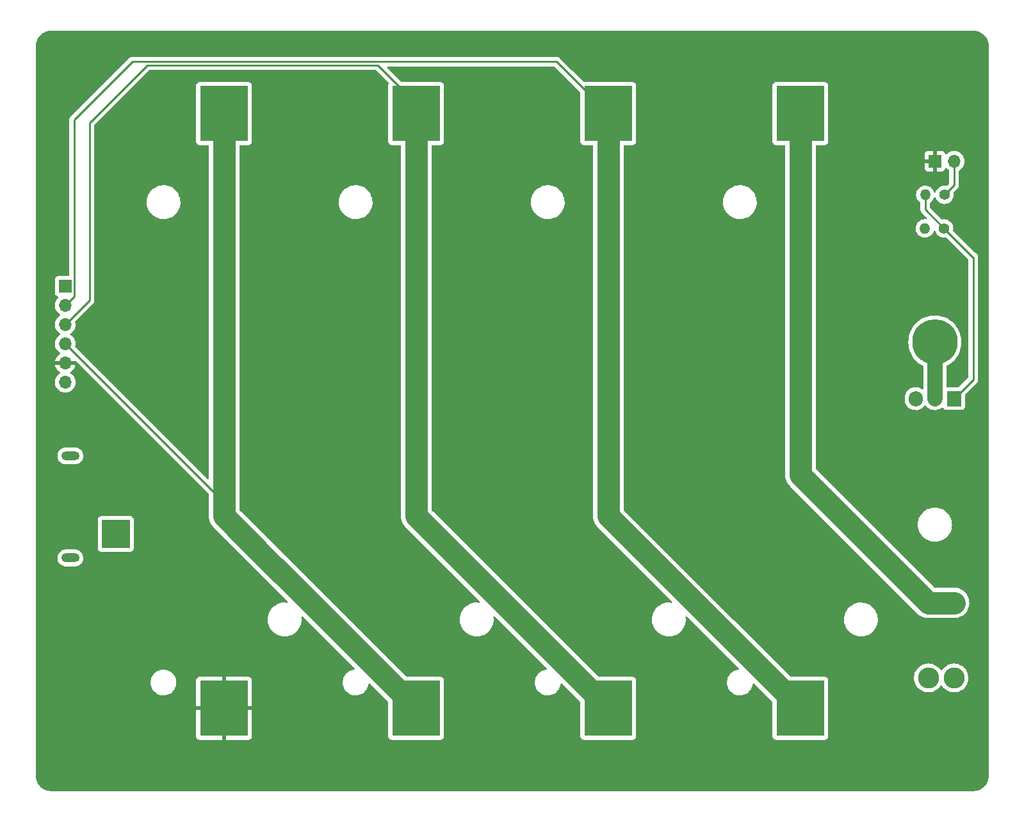
<source format=gbr>
%TF.GenerationSoftware,KiCad,Pcbnew,(6.0.5)*%
%TF.CreationDate,2022-05-14T14:58:19-07:00*%
%TF.ProjectId,li-ion-horn,6c692d69-6f6e-42d6-986f-726e2e6b6963,rev?*%
%TF.SameCoordinates,Original*%
%TF.FileFunction,Copper,L1,Top*%
%TF.FilePolarity,Positive*%
%FSLAX46Y46*%
G04 Gerber Fmt 4.6, Leading zero omitted, Abs format (unit mm)*
G04 Created by KiCad (PCBNEW (6.0.5)) date 2022-05-14 14:58:19*
%MOMM*%
%LPD*%
G01*
G04 APERTURE LIST*
G04 Aperture macros list*
%AMRoundRect*
0 Rectangle with rounded corners*
0 $1 Rounding radius*
0 $2 $3 $4 $5 $6 $7 $8 $9 X,Y pos of 4 corners*
0 Add a 4 corners polygon primitive as box body*
4,1,4,$2,$3,$4,$5,$6,$7,$8,$9,$2,$3,0*
0 Add four circle primitives for the rounded corners*
1,1,$1+$1,$2,$3*
1,1,$1+$1,$4,$5*
1,1,$1+$1,$6,$7*
1,1,$1+$1,$8,$9*
0 Add four rect primitives between the rounded corners*
20,1,$1+$1,$2,$3,$4,$5,0*
20,1,$1+$1,$4,$5,$6,$7,0*
20,1,$1+$1,$6,$7,$8,$9,0*
20,1,$1+$1,$8,$9,$2,$3,0*%
G04 Aperture macros list end*
%TA.AperFunction,ComponentPad*%
%ADD10R,1.700000X1.700000*%
%TD*%
%TA.AperFunction,ComponentPad*%
%ADD11O,1.700000X1.700000*%
%TD*%
%TA.AperFunction,SMDPad,CuDef*%
%ADD12R,6.350000X7.340000*%
%TD*%
%TA.AperFunction,ComponentPad*%
%ADD13C,2.780000*%
%TD*%
%TA.AperFunction,ComponentPad*%
%ADD14C,1.400000*%
%TD*%
%TA.AperFunction,ComponentPad*%
%ADD15O,1.400000X1.400000*%
%TD*%
%TA.AperFunction,ComponentPad*%
%ADD16R,1.905000X2.000000*%
%TD*%
%TA.AperFunction,ComponentPad*%
%ADD17O,1.905000X2.000000*%
%TD*%
%TA.AperFunction,ComponentPad*%
%ADD18RoundRect,1.500000X-1.500000X1.500000X-1.500000X-1.500000X1.500000X-1.500000X1.500000X1.500000X0*%
%TD*%
%TA.AperFunction,ComponentPad*%
%ADD19C,6.000000*%
%TD*%
%TA.AperFunction,ComponentPad*%
%ADD20R,3.716000X3.716000*%
%TD*%
%TA.AperFunction,ComponentPad*%
%ADD21C,3.716000*%
%TD*%
%TA.AperFunction,ComponentPad*%
%ADD22O,2.400000X1.200000*%
%TD*%
%TA.AperFunction,Conductor*%
%ADD23C,0.250000*%
%TD*%
%TA.AperFunction,Conductor*%
%ADD24C,3.000000*%
%TD*%
%TA.AperFunction,Conductor*%
%ADD25C,2.000000*%
%TD*%
G04 APERTURE END LIST*
D10*
%TO.P,SW1,1,A*%
%TO.N,14.8VDC*%
X170180000Y-68580000D03*
D11*
%TO.P,SW1,2,B*%
%TO.N,HORN_SW*%
X172720000Y-68580000D03*
%TD*%
D12*
%TO.P,BT4,1,+*%
%TO.N,3.7VDC*%
X152400000Y-140930000D03*
%TO.P,BT4,2,-*%
%TO.N,Net-(BT4-Pad2)*%
X152400000Y-62270000D03*
%TD*%
D10*
%TO.P,J1,1,Pin_1*%
%TO.N,GND*%
X55200000Y-85115000D03*
D11*
%TO.P,J1,2,Pin_2*%
%TO.N,3.7VDC*%
X55200000Y-87655000D03*
%TO.P,J1,3,Pin_3*%
%TO.N,7.4VDC*%
X55200000Y-90195000D03*
%TO.P,J1,4,Pin_4*%
%TO.N,11.1VDC*%
X55200000Y-92735000D03*
%TO.P,J1,5,Pin_5*%
%TO.N,14.8VDC*%
X55200000Y-95275000D03*
%TO.P,J1,6,Pin_6*%
%TO.N,unconnected-(J1-Pad6)*%
X55200000Y-97815000D03*
%TD*%
D12*
%TO.P,BT1,1,+*%
%TO.N,14.8VDC*%
X76200000Y-140930000D03*
%TO.P,BT1,2,-*%
%TO.N,11.1VDC*%
X76200000Y-62270000D03*
%TD*%
D13*
%TO.P,F1,1*%
%TO.N,Net-(BT4-Pad2)*%
X172720000Y-127000000D03*
X169320000Y-127000000D03*
%TO.P,F1,2*%
%TO.N,GND*%
X172720000Y-136920000D03*
X169320000Y-136920000D03*
%TD*%
D14*
%TO.P,R2,1*%
%TO.N,Net-(Q1-Pad1)*%
X171400000Y-77470000D03*
D15*
%TO.P,R2,2*%
%TO.N,GND*%
X168860000Y-77470000D03*
%TD*%
D12*
%TO.P,BT2,1,+*%
%TO.N,11.1VDC*%
X101600000Y-140930000D03*
%TO.P,BT2,2,-*%
%TO.N,7.4VDC*%
X101600000Y-62270000D03*
%TD*%
D14*
%TO.P,R1,1*%
%TO.N,HORN_SW*%
X171450000Y-73025000D03*
D15*
%TO.P,R1,2*%
%TO.N,Net-(Q1-Pad1)*%
X168910000Y-73025000D03*
%TD*%
D16*
%TO.P,Q1,1,G*%
%TO.N,Net-(Q1-Pad1)*%
X172720000Y-99990000D03*
D17*
%TO.P,Q1,2,D*%
%TO.N,HORN_RET*%
X170180000Y-99990000D03*
%TO.P,Q1,3,S*%
%TO.N,GND*%
X167640000Y-99990000D03*
%TD*%
D18*
%TO.P,J3,1,Pin_1*%
%TO.N,14.8VDC*%
X170180000Y-85300000D03*
D19*
%TO.P,J3,2,Pin_2*%
%TO.N,HORN_RET*%
X170180000Y-92500000D03*
%TD*%
D20*
%TO.P,J2,1,Pin_1*%
%TO.N,GND*%
X61880000Y-117900000D03*
D21*
%TO.P,J2,2,Pin_2*%
%TO.N,14.8VDC*%
X61880000Y-110700000D03*
D22*
%TO.P,J2,S1*%
%TO.N,N/C*%
X55880000Y-121050000D03*
%TO.P,J2,S2*%
X55880000Y-107550000D03*
%TD*%
D12*
%TO.P,BT3,1,+*%
%TO.N,7.4VDC*%
X127000000Y-140930000D03*
%TO.P,BT3,2,-*%
%TO.N,3.7VDC*%
X127000000Y-62270000D03*
%TD*%
D23*
%TO.N,11.1VDC*%
X76200000Y-113735000D02*
X76200000Y-115530000D01*
D24*
X82252500Y-121582500D02*
X84475000Y-123805000D01*
X76200000Y-62270000D02*
X76200000Y-115530000D01*
D23*
X55200000Y-92735000D02*
X76200000Y-113735000D01*
D24*
X84475000Y-123805000D02*
X101600000Y-140930000D01*
X76200000Y-115530000D02*
X82252500Y-121582500D01*
D23*
%TO.N,7.4VDC*%
X58420000Y-86975000D02*
X58420000Y-63500000D01*
X55200000Y-90195000D02*
X58420000Y-86975000D01*
X66040000Y-55880000D02*
X96520000Y-55880000D01*
X101600000Y-60960000D02*
X101600000Y-62270000D01*
X96520000Y-55880000D02*
X101600000Y-60960000D01*
D24*
X101600000Y-115530000D02*
X127000000Y-140930000D01*
X101600000Y-62270000D02*
X101600000Y-115530000D01*
D23*
X58420000Y-63500000D02*
X66040000Y-55880000D01*
%TO.N,3.7VDC*%
X55200000Y-87655000D02*
X56374511Y-86480489D01*
X56374511Y-86480489D02*
X56374511Y-63130509D01*
X56374511Y-63130509D02*
X64074540Y-55430480D01*
X120160480Y-55430480D02*
X127000000Y-62270000D01*
D24*
X127000000Y-62270000D02*
X127000000Y-115530000D01*
X152400000Y-140930000D02*
X127000000Y-115530000D01*
D23*
X64074540Y-55430480D02*
X120160480Y-55430480D01*
D25*
%TO.N,HORN_RET*%
X170180000Y-99990000D02*
X170180000Y-92500000D01*
D23*
%TO.N,Net-(Q1-Pad1)*%
X168910000Y-73025000D02*
X168910000Y-74980000D01*
X175260000Y-97450000D02*
X172720000Y-99990000D01*
X171400000Y-77470000D02*
X175210000Y-81280000D01*
X175260000Y-81280000D02*
X175260000Y-97450000D01*
X175210000Y-81280000D02*
X175260000Y-81280000D01*
X168910000Y-74980000D02*
X171400000Y-77470000D01*
%TO.N,HORN_SW*%
X171450000Y-73025000D02*
X172720000Y-71755000D01*
X172720000Y-71755000D02*
X172720000Y-68580000D01*
D24*
%TO.N,Net-(BT4-Pad2)*%
X152400000Y-62270000D02*
X152400000Y-110080000D01*
X152400000Y-110080000D02*
X169320000Y-127000000D01*
X172720000Y-127000000D02*
X169320000Y-127000000D01*
%TD*%
%TA.AperFunction,Conductor*%
%TO.N,14.8VDC*%
G36*
X175230018Y-51310000D02*
G01*
X175244851Y-51312310D01*
X175244855Y-51312310D01*
X175253724Y-51313691D01*
X175262626Y-51312527D01*
X175262629Y-51312527D01*
X175270012Y-51311561D01*
X175294591Y-51310767D01*
X175321442Y-51312527D01*
X175516922Y-51325340D01*
X175533262Y-51327491D01*
X175655478Y-51351801D01*
X175777696Y-51376112D01*
X175793606Y-51380375D01*
X176029600Y-51460484D01*
X176044826Y-51466791D01*
X176268342Y-51577016D01*
X176282616Y-51585257D01*
X176489829Y-51723713D01*
X176502905Y-51733746D01*
X176690278Y-51898068D01*
X176701932Y-51909722D01*
X176866254Y-52097095D01*
X176876287Y-52110171D01*
X177014743Y-52317384D01*
X177022984Y-52331658D01*
X177133209Y-52555174D01*
X177139515Y-52570398D01*
X177219625Y-52806394D01*
X177223889Y-52822307D01*
X177272509Y-53066738D01*
X177274660Y-53083078D01*
X177288763Y-53298236D01*
X177287733Y-53321350D01*
X177287690Y-53324854D01*
X177286309Y-53333724D01*
X177287473Y-53342626D01*
X177287473Y-53342628D01*
X177290436Y-53365283D01*
X177291500Y-53381621D01*
X177291500Y-149810633D01*
X177290000Y-149830018D01*
X177287690Y-149844851D01*
X177287690Y-149844855D01*
X177286309Y-149853724D01*
X177287473Y-149862626D01*
X177287473Y-149862629D01*
X177288439Y-149870012D01*
X177289233Y-149894591D01*
X177274660Y-150116922D01*
X177272509Y-150133262D01*
X177223889Y-150377693D01*
X177219625Y-150393606D01*
X177185312Y-150494689D01*
X177139516Y-150629600D01*
X177133209Y-150644826D01*
X177022984Y-150868342D01*
X177014743Y-150882616D01*
X176876287Y-151089829D01*
X176866254Y-151102905D01*
X176701932Y-151290278D01*
X176690278Y-151301932D01*
X176502905Y-151466254D01*
X176489829Y-151476287D01*
X176282616Y-151614743D01*
X176268342Y-151622984D01*
X176044826Y-151733209D01*
X176029602Y-151739515D01*
X175793606Y-151819625D01*
X175777696Y-151823888D01*
X175655478Y-151848199D01*
X175533262Y-151872509D01*
X175516922Y-151874660D01*
X175368134Y-151884413D01*
X175301763Y-151888763D01*
X175278650Y-151887733D01*
X175275146Y-151887690D01*
X175266276Y-151886309D01*
X175257374Y-151887473D01*
X175257372Y-151887473D01*
X175243915Y-151889233D01*
X175234714Y-151890436D01*
X175218379Y-151891500D01*
X53389367Y-151891500D01*
X53369982Y-151890000D01*
X53355149Y-151887690D01*
X53355145Y-151887690D01*
X53346276Y-151886309D01*
X53337374Y-151887473D01*
X53337371Y-151887473D01*
X53329988Y-151888439D01*
X53305409Y-151889233D01*
X53260799Y-151886309D01*
X53083078Y-151874660D01*
X53066738Y-151872509D01*
X52944522Y-151848199D01*
X52822304Y-151823888D01*
X52806394Y-151819625D01*
X52570398Y-151739515D01*
X52555174Y-151733209D01*
X52331658Y-151622984D01*
X52317384Y-151614743D01*
X52110171Y-151476287D01*
X52097095Y-151466254D01*
X51909722Y-151301932D01*
X51898068Y-151290278D01*
X51733746Y-151102905D01*
X51723713Y-151089829D01*
X51585257Y-150882616D01*
X51577016Y-150868342D01*
X51466791Y-150644826D01*
X51460484Y-150629600D01*
X51414688Y-150494689D01*
X51380375Y-150393606D01*
X51376111Y-150377693D01*
X51327491Y-150133262D01*
X51325340Y-150116922D01*
X51311476Y-149905407D01*
X51312650Y-149882232D01*
X51312334Y-149882204D01*
X51312770Y-149877344D01*
X51313576Y-149872552D01*
X51313729Y-149860000D01*
X51309773Y-149832376D01*
X51308500Y-149814514D01*
X51308500Y-144644669D01*
X72517001Y-144644669D01*
X72517371Y-144651490D01*
X72522895Y-144702352D01*
X72526521Y-144717604D01*
X72571676Y-144838054D01*
X72580214Y-144853649D01*
X72656715Y-144955724D01*
X72669276Y-144968285D01*
X72771351Y-145044786D01*
X72786946Y-145053324D01*
X72907394Y-145098478D01*
X72922649Y-145102105D01*
X72973514Y-145107631D01*
X72980328Y-145108000D01*
X75927885Y-145108000D01*
X75943124Y-145103525D01*
X75944329Y-145102135D01*
X75946000Y-145094452D01*
X75946000Y-145089884D01*
X76454000Y-145089884D01*
X76458475Y-145105123D01*
X76459865Y-145106328D01*
X76467548Y-145107999D01*
X79419669Y-145107999D01*
X79426490Y-145107629D01*
X79477352Y-145102105D01*
X79492604Y-145098479D01*
X79613054Y-145053324D01*
X79628649Y-145044786D01*
X79730724Y-144968285D01*
X79743285Y-144955724D01*
X79819786Y-144853649D01*
X79828324Y-144838054D01*
X79873478Y-144717606D01*
X79877105Y-144702351D01*
X79882631Y-144651486D01*
X79883000Y-144644672D01*
X79883000Y-141202115D01*
X79878525Y-141186876D01*
X79877135Y-141185671D01*
X79869452Y-141184000D01*
X76472115Y-141184000D01*
X76456876Y-141188475D01*
X76455671Y-141189865D01*
X76454000Y-141197548D01*
X76454000Y-145089884D01*
X75946000Y-145089884D01*
X75946000Y-141202115D01*
X75941525Y-141186876D01*
X75940135Y-141185671D01*
X75932452Y-141184000D01*
X72535116Y-141184000D01*
X72519877Y-141188475D01*
X72518672Y-141189865D01*
X72517001Y-141197548D01*
X72517001Y-144644669D01*
X51308500Y-144644669D01*
X51308500Y-140657885D01*
X72517000Y-140657885D01*
X72521475Y-140673124D01*
X72522865Y-140674329D01*
X72530548Y-140676000D01*
X75927885Y-140676000D01*
X75943124Y-140671525D01*
X75944329Y-140670135D01*
X75946000Y-140662452D01*
X75946000Y-140657885D01*
X76454000Y-140657885D01*
X76458475Y-140673124D01*
X76459865Y-140674329D01*
X76467548Y-140676000D01*
X79864884Y-140676000D01*
X79880123Y-140671525D01*
X79881328Y-140670135D01*
X79882999Y-140662452D01*
X79882999Y-137215331D01*
X79882629Y-137208510D01*
X79877105Y-137157648D01*
X79873479Y-137142396D01*
X79828324Y-137021946D01*
X79819786Y-137006351D01*
X79743285Y-136904276D01*
X79730724Y-136891715D01*
X79628649Y-136815214D01*
X79613054Y-136806676D01*
X79492606Y-136761522D01*
X79477351Y-136757895D01*
X79426486Y-136752369D01*
X79419672Y-136752000D01*
X76472115Y-136752000D01*
X76456876Y-136756475D01*
X76455671Y-136757865D01*
X76454000Y-136765548D01*
X76454000Y-140657885D01*
X75946000Y-140657885D01*
X75946000Y-136770116D01*
X75941525Y-136754877D01*
X75940135Y-136753672D01*
X75932452Y-136752001D01*
X72980331Y-136752001D01*
X72973510Y-136752371D01*
X72922648Y-136757895D01*
X72907396Y-136761521D01*
X72786946Y-136806676D01*
X72771351Y-136815214D01*
X72669276Y-136891715D01*
X72656715Y-136904276D01*
X72580214Y-137006351D01*
X72571676Y-137021946D01*
X72526522Y-137142394D01*
X72522895Y-137157649D01*
X72517369Y-137208514D01*
X72517000Y-137215328D01*
X72517000Y-140657885D01*
X51308500Y-140657885D01*
X51308500Y-137440583D01*
X66493828Y-137440583D01*
X66493941Y-137445360D01*
X66498820Y-137652369D01*
X66499935Y-137699689D01*
X66500769Y-137704394D01*
X66536636Y-137906774D01*
X66545163Y-137954890D01*
X66628473Y-138200313D01*
X66630674Y-138204549D01*
X66630676Y-138204555D01*
X66684143Y-138307482D01*
X66747947Y-138430311D01*
X66750762Y-138434165D01*
X66750765Y-138434169D01*
X66898014Y-138635726D01*
X66900837Y-138639590D01*
X66904209Y-138642980D01*
X66904211Y-138642982D01*
X67080248Y-138819945D01*
X67080253Y-138819949D01*
X67083622Y-138823336D01*
X67292099Y-138977319D01*
X67296337Y-138979549D01*
X67296339Y-138979550D01*
X67517232Y-139095768D01*
X67517239Y-139095771D01*
X67521468Y-139097996D01*
X67525984Y-139099555D01*
X67525990Y-139099558D01*
X67652565Y-139143264D01*
X67766451Y-139182590D01*
X67884193Y-139204093D01*
X68017441Y-139228429D01*
X68017445Y-139228429D01*
X68021412Y-139229154D01*
X68104342Y-139233500D01*
X68265903Y-139233500D01*
X68268282Y-139233319D01*
X68268283Y-139233319D01*
X68453664Y-139219218D01*
X68453669Y-139219217D01*
X68458431Y-139218855D01*
X68463084Y-139217776D01*
X68463087Y-139217776D01*
X68706251Y-139161413D01*
X68706250Y-139161413D01*
X68710915Y-139160332D01*
X68951642Y-139064292D01*
X69175072Y-138932944D01*
X69178783Y-138929923D01*
X69178787Y-138929920D01*
X69372351Y-138772334D01*
X69376063Y-138769312D01*
X69379272Y-138765767D01*
X69379277Y-138765762D01*
X69546774Y-138580713D01*
X69549990Y-138577160D01*
X69692851Y-138360910D01*
X69716186Y-138310294D01*
X69799352Y-138129892D01*
X69799353Y-138129889D01*
X69801358Y-138125540D01*
X69859244Y-137924332D01*
X69871694Y-137881058D01*
X69871695Y-137881053D01*
X69873015Y-137876465D01*
X69899106Y-137674200D01*
X69905561Y-137624154D01*
X69906172Y-137619417D01*
X69900844Y-137393344D01*
X69900178Y-137365091D01*
X69900178Y-137365087D01*
X69900065Y-137360311D01*
X69874371Y-137215331D01*
X69855671Y-137109814D01*
X69855670Y-137109810D01*
X69854837Y-137105110D01*
X69771527Y-136859687D01*
X69769326Y-136855451D01*
X69769324Y-136855445D01*
X69688104Y-136699090D01*
X69652053Y-136629689D01*
X69621916Y-136588436D01*
X69501986Y-136424274D01*
X69501985Y-136424273D01*
X69499163Y-136420410D01*
X69472229Y-136393334D01*
X69319752Y-136240055D01*
X69319747Y-136240051D01*
X69316378Y-136236664D01*
X69107901Y-136082681D01*
X69082740Y-136069443D01*
X68882768Y-135964232D01*
X68882761Y-135964229D01*
X68878532Y-135962004D01*
X68874016Y-135960445D01*
X68874010Y-135960442D01*
X68699357Y-135900134D01*
X68633549Y-135877410D01*
X68505422Y-135854010D01*
X68382559Y-135831571D01*
X68382555Y-135831571D01*
X68378588Y-135830846D01*
X68295658Y-135826500D01*
X68134097Y-135826500D01*
X68131718Y-135826681D01*
X68131717Y-135826681D01*
X67946336Y-135840782D01*
X67946331Y-135840783D01*
X67941569Y-135841145D01*
X67936916Y-135842224D01*
X67936913Y-135842224D01*
X67788822Y-135876550D01*
X67689085Y-135899668D01*
X67448358Y-135995708D01*
X67224928Y-136127056D01*
X67221217Y-136130077D01*
X67221213Y-136130080D01*
X67213028Y-136136744D01*
X67023937Y-136290688D01*
X67020728Y-136294233D01*
X67020723Y-136294238D01*
X66903021Y-136424274D01*
X66850010Y-136482840D01*
X66707149Y-136699090D01*
X66705148Y-136703430D01*
X66705146Y-136703434D01*
X66600648Y-136930108D01*
X66598642Y-136934460D01*
X66597318Y-136939062D01*
X66534464Y-137157540D01*
X66526985Y-137183535D01*
X66526374Y-137188270D01*
X66526373Y-137188276D01*
X66499921Y-137393344D01*
X66493828Y-137440583D01*
X51308500Y-137440583D01*
X51308500Y-120995604D01*
X54167787Y-120995604D01*
X54177567Y-121206899D01*
X54227125Y-121412534D01*
X54229607Y-121417992D01*
X54229608Y-121417996D01*
X54273053Y-121513546D01*
X54314674Y-121605087D01*
X54437054Y-121777611D01*
X54589850Y-121923881D01*
X54767548Y-122038620D01*
X54773114Y-122040863D01*
X54958168Y-122115442D01*
X54958171Y-122115443D01*
X54963737Y-122117686D01*
X55171337Y-122158228D01*
X55176899Y-122158500D01*
X56532846Y-122158500D01*
X56690566Y-122143452D01*
X56893534Y-122083908D01*
X56977111Y-122040863D01*
X57076249Y-121989804D01*
X57076252Y-121989802D01*
X57081580Y-121987058D01*
X57247920Y-121856396D01*
X57251852Y-121851865D01*
X57251855Y-121851862D01*
X57382621Y-121701167D01*
X57386552Y-121696637D01*
X57389552Y-121691451D01*
X57389555Y-121691447D01*
X57489467Y-121518742D01*
X57492473Y-121513546D01*
X57561861Y-121313729D01*
X57592213Y-121104396D01*
X57582433Y-120893101D01*
X57532875Y-120687466D01*
X57489525Y-120592122D01*
X57447806Y-120500368D01*
X57445326Y-120494913D01*
X57322946Y-120322389D01*
X57170150Y-120176119D01*
X56992452Y-120061380D01*
X56932354Y-120037160D01*
X56801832Y-119984558D01*
X56801829Y-119984557D01*
X56796263Y-119982314D01*
X56588663Y-119941772D01*
X56583101Y-119941500D01*
X55227154Y-119941500D01*
X55069434Y-119956548D01*
X54866466Y-120016092D01*
X54861139Y-120018836D01*
X54861138Y-120018836D01*
X54683751Y-120110196D01*
X54683748Y-120110198D01*
X54678420Y-120112942D01*
X54512080Y-120243604D01*
X54508148Y-120248135D01*
X54508145Y-120248138D01*
X54439474Y-120327275D01*
X54373448Y-120403363D01*
X54370448Y-120408549D01*
X54370445Y-120408553D01*
X54323312Y-120490026D01*
X54267527Y-120586454D01*
X54198139Y-120786271D01*
X54167787Y-120995604D01*
X51308500Y-120995604D01*
X51308500Y-119806134D01*
X59513500Y-119806134D01*
X59520255Y-119868316D01*
X59571385Y-120004705D01*
X59658739Y-120121261D01*
X59775295Y-120208615D01*
X59911684Y-120259745D01*
X59973866Y-120266500D01*
X63786134Y-120266500D01*
X63848316Y-120259745D01*
X63984705Y-120208615D01*
X64101261Y-120121261D01*
X64188615Y-120004705D01*
X64239745Y-119868316D01*
X64246500Y-119806134D01*
X64246500Y-115993866D01*
X64239745Y-115931684D01*
X64188615Y-115795295D01*
X64101261Y-115678739D01*
X63984705Y-115591385D01*
X63848316Y-115540255D01*
X63786134Y-115533500D01*
X59973866Y-115533500D01*
X59911684Y-115540255D01*
X59775295Y-115591385D01*
X59658739Y-115678739D01*
X59571385Y-115795295D01*
X59520255Y-115931684D01*
X59513500Y-115993866D01*
X59513500Y-119806134D01*
X51308500Y-119806134D01*
X51308500Y-107495604D01*
X54167787Y-107495604D01*
X54177567Y-107706899D01*
X54227125Y-107912534D01*
X54229607Y-107917992D01*
X54229608Y-107917996D01*
X54273053Y-108013546D01*
X54314674Y-108105087D01*
X54437054Y-108277611D01*
X54589850Y-108423881D01*
X54767548Y-108538620D01*
X54773114Y-108540863D01*
X54958168Y-108615442D01*
X54958171Y-108615443D01*
X54963737Y-108617686D01*
X55171337Y-108658228D01*
X55176899Y-108658500D01*
X56532846Y-108658500D01*
X56690566Y-108643452D01*
X56893534Y-108583908D01*
X56977111Y-108540863D01*
X57076249Y-108489804D01*
X57076252Y-108489802D01*
X57081580Y-108487058D01*
X57247920Y-108356396D01*
X57251852Y-108351865D01*
X57251855Y-108351862D01*
X57382621Y-108201167D01*
X57386552Y-108196637D01*
X57389552Y-108191451D01*
X57389555Y-108191447D01*
X57489467Y-108018742D01*
X57492473Y-108013546D01*
X57561861Y-107813729D01*
X57592213Y-107604396D01*
X57582433Y-107393101D01*
X57532875Y-107187466D01*
X57489525Y-107092122D01*
X57447806Y-107000368D01*
X57445326Y-106994913D01*
X57322946Y-106822389D01*
X57170150Y-106676119D01*
X56992452Y-106561380D01*
X56932354Y-106537160D01*
X56801832Y-106484558D01*
X56801829Y-106484557D01*
X56796263Y-106482314D01*
X56588663Y-106441772D01*
X56583101Y-106441500D01*
X55227154Y-106441500D01*
X55069434Y-106456548D01*
X54866466Y-106516092D01*
X54861139Y-106518836D01*
X54861138Y-106518836D01*
X54683751Y-106610196D01*
X54683748Y-106610198D01*
X54678420Y-106612942D01*
X54512080Y-106743604D01*
X54508148Y-106748135D01*
X54508145Y-106748138D01*
X54439474Y-106827275D01*
X54373448Y-106903363D01*
X54370448Y-106908549D01*
X54370445Y-106908553D01*
X54323312Y-106990026D01*
X54267527Y-107086454D01*
X54198139Y-107286271D01*
X54167787Y-107495604D01*
X51308500Y-107495604D01*
X51308500Y-97781695D01*
X53837251Y-97781695D01*
X53837548Y-97786848D01*
X53837548Y-97786851D01*
X53843011Y-97881590D01*
X53850110Y-98004715D01*
X53851247Y-98009761D01*
X53851248Y-98009767D01*
X53871119Y-98097939D01*
X53899222Y-98222639D01*
X53937461Y-98316811D01*
X53974425Y-98407842D01*
X53983266Y-98429616D01*
X54015979Y-98482999D01*
X54083652Y-98593431D01*
X54099987Y-98620088D01*
X54246250Y-98788938D01*
X54418126Y-98931632D01*
X54611000Y-99044338D01*
X54819692Y-99124030D01*
X54824760Y-99125061D01*
X54824763Y-99125062D01*
X54932017Y-99146883D01*
X55038597Y-99168567D01*
X55043772Y-99168757D01*
X55043774Y-99168757D01*
X55256673Y-99176564D01*
X55256677Y-99176564D01*
X55261837Y-99176753D01*
X55266957Y-99176097D01*
X55266959Y-99176097D01*
X55478288Y-99149025D01*
X55478289Y-99149025D01*
X55483416Y-99148368D01*
X55488366Y-99146883D01*
X55692429Y-99085661D01*
X55692434Y-99085659D01*
X55697384Y-99084174D01*
X55897994Y-98985896D01*
X56079860Y-98856173D01*
X56238096Y-98698489D01*
X56297594Y-98615689D01*
X56365435Y-98521277D01*
X56368453Y-98517077D01*
X56385296Y-98482999D01*
X56465136Y-98321453D01*
X56465137Y-98321451D01*
X56467430Y-98316811D01*
X56532370Y-98103069D01*
X56561529Y-97881590D01*
X56561896Y-97866581D01*
X56563074Y-97818365D01*
X56563074Y-97818361D01*
X56563156Y-97815000D01*
X56544852Y-97592361D01*
X56490431Y-97375702D01*
X56401354Y-97170840D01*
X56280014Y-96983277D01*
X56129670Y-96818051D01*
X56125619Y-96814852D01*
X56125615Y-96814848D01*
X55958414Y-96682800D01*
X55958410Y-96682798D01*
X55954359Y-96679598D01*
X55912569Y-96656529D01*
X55862598Y-96606097D01*
X55847826Y-96536654D01*
X55872942Y-96470248D01*
X55900294Y-96443641D01*
X56075328Y-96318792D01*
X56083200Y-96312139D01*
X56234052Y-96161812D01*
X56240730Y-96153965D01*
X56365003Y-95981020D01*
X56370313Y-95972183D01*
X56464670Y-95781267D01*
X56468469Y-95771672D01*
X56530377Y-95567910D01*
X56532555Y-95557837D01*
X56533986Y-95546962D01*
X56531775Y-95532778D01*
X56518617Y-95529000D01*
X53883225Y-95529000D01*
X53869694Y-95532973D01*
X53868257Y-95542966D01*
X53898565Y-95677446D01*
X53901645Y-95687275D01*
X53981770Y-95884603D01*
X53986413Y-95893794D01*
X54097694Y-96075388D01*
X54103777Y-96083699D01*
X54243213Y-96244667D01*
X54250580Y-96251883D01*
X54414434Y-96387916D01*
X54422881Y-96393831D01*
X54491969Y-96434203D01*
X54540693Y-96485842D01*
X54553764Y-96555625D01*
X54527033Y-96621396D01*
X54486584Y-96654752D01*
X54473607Y-96661507D01*
X54469474Y-96664610D01*
X54469471Y-96664612D01*
X54445247Y-96682800D01*
X54294965Y-96795635D01*
X54140629Y-96957138D01*
X54014743Y-97141680D01*
X53920688Y-97344305D01*
X53860989Y-97559570D01*
X53837251Y-97781695D01*
X51308500Y-97781695D01*
X51308500Y-92701695D01*
X53837251Y-92701695D01*
X53837548Y-92706848D01*
X53837548Y-92706851D01*
X53843011Y-92801590D01*
X53850110Y-92924715D01*
X53851247Y-92929761D01*
X53851248Y-92929767D01*
X53871119Y-93017939D01*
X53899222Y-93142639D01*
X53983266Y-93349616D01*
X54099987Y-93540088D01*
X54246250Y-93708938D01*
X54418126Y-93851632D01*
X54491955Y-93894774D01*
X54540679Y-93946412D01*
X54553750Y-94016195D01*
X54527019Y-94081967D01*
X54486562Y-94115327D01*
X54478457Y-94119546D01*
X54469738Y-94125036D01*
X54299433Y-94252905D01*
X54291726Y-94259748D01*
X54144590Y-94413717D01*
X54138104Y-94421727D01*
X54018098Y-94597649D01*
X54013000Y-94606623D01*
X53923338Y-94799783D01*
X53919775Y-94809470D01*
X53864389Y-95009183D01*
X53865912Y-95017607D01*
X53878292Y-95021000D01*
X56536459Y-95021000D01*
X56536459Y-95025775D01*
X56573133Y-95025792D01*
X56626673Y-95057577D01*
X74154595Y-112585500D01*
X74188621Y-112647812D01*
X74191500Y-112674595D01*
X74191500Y-115474105D01*
X74191327Y-115480699D01*
X74188061Y-115543029D01*
X74186902Y-115565138D01*
X74187285Y-115569515D01*
X74187285Y-115569519D01*
X74197521Y-115686514D01*
X74197693Y-115688707D01*
X74205734Y-115803703D01*
X74206189Y-115810212D01*
X74207102Y-115814507D01*
X74208246Y-115819887D01*
X74210519Y-115835100D01*
X74210998Y-115840575D01*
X74211000Y-115840588D01*
X74211383Y-115844966D01*
X74212371Y-115849245D01*
X74212372Y-115849252D01*
X74238793Y-115963695D01*
X74239268Y-115965840D01*
X74261038Y-116068253D01*
X74264591Y-116084970D01*
X74266095Y-116089102D01*
X74267978Y-116094275D01*
X74272345Y-116109019D01*
X74274572Y-116118663D01*
X74276150Y-116122775D01*
X74276151Y-116122777D01*
X74318220Y-116232371D01*
X74318990Y-116234431D01*
X74359154Y-116344782D01*
X74359158Y-116344791D01*
X74360663Y-116348926D01*
X74362730Y-116352813D01*
X74365308Y-116357662D01*
X74371683Y-116371652D01*
X74373654Y-116376786D01*
X74373659Y-116376798D01*
X74375235Y-116380902D01*
X74434336Y-116487521D01*
X74435348Y-116489388D01*
X74490470Y-116593058D01*
X74490476Y-116593067D01*
X74492536Y-116596942D01*
X74495121Y-116600499D01*
X74495124Y-116600505D01*
X74498355Y-116604953D01*
X74506620Y-116617926D01*
X74511417Y-116626579D01*
X74514066Y-116630094D01*
X74584701Y-116723831D01*
X74585999Y-116725585D01*
X74657642Y-116824192D01*
X74663398Y-116830153D01*
X74664525Y-116831320D01*
X74674510Y-116843012D01*
X74677812Y-116847393D01*
X74680464Y-116850912D01*
X74766540Y-116936988D01*
X74768082Y-116938556D01*
X74852769Y-117026252D01*
X74860530Y-117032315D01*
X74860578Y-117032353D01*
X74872100Y-117042548D01*
X84600843Y-126771291D01*
X84634869Y-126833603D01*
X84629804Y-126904418D01*
X84587257Y-126961254D01*
X84520737Y-126986065D01*
X84492039Y-126984835D01*
X84402881Y-126970714D01*
X84357854Y-126968669D01*
X84311503Y-126966564D01*
X84311484Y-126966564D01*
X84310084Y-126966500D01*
X84124736Y-126966500D01*
X83903944Y-126981165D01*
X83613090Y-127039812D01*
X83332547Y-127136410D01*
X83328804Y-127138284D01*
X83328800Y-127138286D01*
X83154179Y-127225730D01*
X83067244Y-127269264D01*
X83063779Y-127271619D01*
X82955433Y-127345251D01*
X82821842Y-127436039D01*
X82600654Y-127633804D01*
X82407564Y-127859086D01*
X82405290Y-127862588D01*
X82405289Y-127862589D01*
X82300698Y-128023646D01*
X82245965Y-128107927D01*
X82118696Y-128375954D01*
X82117417Y-128379937D01*
X82117416Y-128379940D01*
X82036740Y-128631218D01*
X82027994Y-128658458D01*
X82027253Y-128662577D01*
X81978434Y-128933905D01*
X81975452Y-128950477D01*
X81975263Y-128954644D01*
X81975262Y-128954651D01*
X81966060Y-129157290D01*
X81961992Y-129246880D01*
X81962355Y-129251028D01*
X81962355Y-129251032D01*
X81987487Y-129538293D01*
X81987488Y-129538301D01*
X81987852Y-129542459D01*
X82052577Y-129832021D01*
X82054019Y-129835941D01*
X82054021Y-129835947D01*
X82124619Y-130027827D01*
X82155029Y-130110480D01*
X82293410Y-130372942D01*
X82465288Y-130614797D01*
X82667642Y-130831796D01*
X82896918Y-131020125D01*
X83149088Y-131176477D01*
X83419722Y-131298105D01*
X83592390Y-131349580D01*
X83700065Y-131381679D01*
X83700067Y-131381679D01*
X83704064Y-131382871D01*
X83708184Y-131383524D01*
X83708186Y-131383524D01*
X83827106Y-131402359D01*
X83997119Y-131429286D01*
X84042146Y-131431331D01*
X84088497Y-131433436D01*
X84088516Y-131433436D01*
X84089916Y-131433500D01*
X84275264Y-131433500D01*
X84496056Y-131418835D01*
X84786910Y-131360188D01*
X85067453Y-131263590D01*
X85071196Y-131261716D01*
X85071200Y-131261714D01*
X85329012Y-131132611D01*
X85329014Y-131132610D01*
X85332756Y-131130736D01*
X85578158Y-130963961D01*
X85799346Y-130766196D01*
X85992436Y-130540914D01*
X85994711Y-130537411D01*
X86151763Y-130295572D01*
X86151765Y-130295569D01*
X86154035Y-130292073D01*
X86281304Y-130024046D01*
X86341696Y-129835947D01*
X86370726Y-129745530D01*
X86370727Y-129745524D01*
X86372006Y-129741542D01*
X86407091Y-129546548D01*
X86423809Y-129453632D01*
X86423810Y-129453627D01*
X86424548Y-129449523D01*
X86433751Y-129246880D01*
X86437819Y-129157290D01*
X86437819Y-129157285D01*
X86438008Y-129153120D01*
X86425438Y-129009439D01*
X86415959Y-128901100D01*
X86429948Y-128831495D01*
X86479348Y-128780502D01*
X86548474Y-128764312D01*
X86615379Y-128788064D01*
X86630575Y-128801023D01*
X93453501Y-135623949D01*
X93487527Y-135686261D01*
X93482462Y-135757076D01*
X93439915Y-135813912D01*
X93373962Y-135838681D01*
X93346336Y-135840782D01*
X93346331Y-135840783D01*
X93341569Y-135841145D01*
X93336916Y-135842224D01*
X93336913Y-135842224D01*
X93188822Y-135876550D01*
X93089085Y-135899668D01*
X92848358Y-135995708D01*
X92624928Y-136127056D01*
X92621217Y-136130077D01*
X92621213Y-136130080D01*
X92613028Y-136136744D01*
X92423937Y-136290688D01*
X92420728Y-136294233D01*
X92420723Y-136294238D01*
X92303021Y-136424274D01*
X92250010Y-136482840D01*
X92107149Y-136699090D01*
X92105148Y-136703430D01*
X92105146Y-136703434D01*
X92000648Y-136930108D01*
X91998642Y-136934460D01*
X91997318Y-136939062D01*
X91934464Y-137157540D01*
X91926985Y-137183535D01*
X91926374Y-137188270D01*
X91926373Y-137188276D01*
X91899921Y-137393344D01*
X91893828Y-137440583D01*
X91893941Y-137445360D01*
X91898820Y-137652369D01*
X91899935Y-137699689D01*
X91900769Y-137704394D01*
X91936636Y-137906774D01*
X91945163Y-137954890D01*
X92028473Y-138200313D01*
X92030674Y-138204549D01*
X92030676Y-138204555D01*
X92084143Y-138307482D01*
X92147947Y-138430311D01*
X92150762Y-138434165D01*
X92150765Y-138434169D01*
X92298014Y-138635726D01*
X92300837Y-138639590D01*
X92304209Y-138642980D01*
X92304211Y-138642982D01*
X92480248Y-138819945D01*
X92480253Y-138819949D01*
X92483622Y-138823336D01*
X92692099Y-138977319D01*
X92696337Y-138979549D01*
X92696339Y-138979550D01*
X92917232Y-139095768D01*
X92917239Y-139095771D01*
X92921468Y-139097996D01*
X92925984Y-139099555D01*
X92925990Y-139099558D01*
X93052565Y-139143264D01*
X93166451Y-139182590D01*
X93284193Y-139204093D01*
X93417441Y-139228429D01*
X93417445Y-139228429D01*
X93421412Y-139229154D01*
X93504342Y-139233500D01*
X93665903Y-139233500D01*
X93668282Y-139233319D01*
X93668283Y-139233319D01*
X93853664Y-139219218D01*
X93853669Y-139219217D01*
X93858431Y-139218855D01*
X93863084Y-139217776D01*
X93863087Y-139217776D01*
X94106251Y-139161413D01*
X94106250Y-139161413D01*
X94110915Y-139160332D01*
X94351642Y-139064292D01*
X94575072Y-138932944D01*
X94578783Y-138929923D01*
X94578787Y-138929920D01*
X94772351Y-138772334D01*
X94776063Y-138769312D01*
X94779272Y-138765767D01*
X94779277Y-138765762D01*
X94946774Y-138580713D01*
X94949990Y-138577160D01*
X95092851Y-138360910D01*
X95116186Y-138310294D01*
X95199352Y-138129892D01*
X95199353Y-138129889D01*
X95201358Y-138125540D01*
X95259244Y-137924332D01*
X95271694Y-137881058D01*
X95271695Y-137881053D01*
X95273015Y-137876465D01*
X95289692Y-137747175D01*
X95318245Y-137682174D01*
X95377407Y-137642927D01*
X95448396Y-137641896D01*
X95503752Y-137674200D01*
X97879595Y-140050043D01*
X97913621Y-140112355D01*
X97916500Y-140139138D01*
X97916500Y-144648134D01*
X97923255Y-144710316D01*
X97974385Y-144846705D01*
X98061739Y-144963261D01*
X98178295Y-145050615D01*
X98314684Y-145101745D01*
X98376866Y-145108500D01*
X104823134Y-145108500D01*
X104885316Y-145101745D01*
X105021705Y-145050615D01*
X105138261Y-144963261D01*
X105225615Y-144846705D01*
X105276745Y-144710316D01*
X105283500Y-144648134D01*
X105283500Y-137211866D01*
X105276745Y-137149684D01*
X105225615Y-137013295D01*
X105138261Y-136896739D01*
X105021705Y-136809385D01*
X104885316Y-136758255D01*
X104823134Y-136751500D01*
X100314138Y-136751500D01*
X100246017Y-136731498D01*
X100225043Y-136714595D01*
X78245405Y-114734957D01*
X78211379Y-114672645D01*
X78208500Y-114645862D01*
X78208500Y-74046880D01*
X91361992Y-74046880D01*
X91362355Y-74051028D01*
X91362355Y-74051032D01*
X91387487Y-74338293D01*
X91387488Y-74338301D01*
X91387852Y-74342459D01*
X91452577Y-74632021D01*
X91454019Y-74635941D01*
X91454021Y-74635947D01*
X91553582Y-74906548D01*
X91555029Y-74910480D01*
X91556980Y-74914180D01*
X91556982Y-74914185D01*
X91675407Y-75138797D01*
X91693410Y-75172942D01*
X91865288Y-75414797D01*
X92067642Y-75631796D01*
X92296918Y-75820125D01*
X92549088Y-75976477D01*
X92819722Y-76098105D01*
X92878841Y-76115729D01*
X93100065Y-76181679D01*
X93100067Y-76181679D01*
X93104064Y-76182871D01*
X93108184Y-76183524D01*
X93108186Y-76183524D01*
X93227106Y-76202359D01*
X93397119Y-76229286D01*
X93442146Y-76231331D01*
X93488497Y-76233436D01*
X93488516Y-76233436D01*
X93489916Y-76233500D01*
X93675264Y-76233500D01*
X93896056Y-76218835D01*
X94186910Y-76160188D01*
X94467453Y-76063590D01*
X94471196Y-76061716D01*
X94471200Y-76061714D01*
X94729012Y-75932611D01*
X94729014Y-75932610D01*
X94732756Y-75930736D01*
X94978158Y-75763961D01*
X95199346Y-75566196D01*
X95392436Y-75340914D01*
X95422880Y-75294034D01*
X95551763Y-75095572D01*
X95551765Y-75095569D01*
X95554035Y-75092073D01*
X95559821Y-75079889D01*
X95603459Y-74987986D01*
X95681304Y-74824046D01*
X95741696Y-74635947D01*
X95770726Y-74545530D01*
X95770727Y-74545524D01*
X95772006Y-74541542D01*
X95807091Y-74346548D01*
X95823809Y-74253632D01*
X95823810Y-74253627D01*
X95824548Y-74249523D01*
X95825882Y-74220165D01*
X95837819Y-73957290D01*
X95837819Y-73957285D01*
X95838008Y-73953120D01*
X95837645Y-73948968D01*
X95812513Y-73661707D01*
X95812512Y-73661699D01*
X95812148Y-73657541D01*
X95747423Y-73367979D01*
X95731824Y-73325580D01*
X95646418Y-73093452D01*
X95646416Y-73093448D01*
X95644971Y-73089520D01*
X95610954Y-73025000D01*
X95508543Y-72830762D01*
X95508542Y-72830761D01*
X95506590Y-72827058D01*
X95334712Y-72585203D01*
X95132358Y-72368204D01*
X94988132Y-72249736D01*
X94906307Y-72182524D01*
X94903082Y-72179875D01*
X94650912Y-72023523D01*
X94380278Y-71901895D01*
X94181749Y-71842711D01*
X94099935Y-71818321D01*
X94099933Y-71818321D01*
X94095936Y-71817129D01*
X94091816Y-71816476D01*
X94091814Y-71816476D01*
X93956628Y-71795065D01*
X93802881Y-71770714D01*
X93757854Y-71768669D01*
X93711503Y-71766564D01*
X93711484Y-71766564D01*
X93710084Y-71766500D01*
X93524736Y-71766500D01*
X93303944Y-71781165D01*
X93013090Y-71839812D01*
X92732547Y-71936410D01*
X92728804Y-71938284D01*
X92728800Y-71938286D01*
X92526735Y-72039473D01*
X92467244Y-72069264D01*
X92377401Y-72130321D01*
X92307874Y-72177572D01*
X92221842Y-72236039D01*
X92000654Y-72433804D01*
X91807564Y-72659086D01*
X91805290Y-72662588D01*
X91805289Y-72662589D01*
X91700698Y-72823646D01*
X91645965Y-72907927D01*
X91518696Y-73175954D01*
X91517417Y-73179937D01*
X91517416Y-73179940D01*
X91432350Y-73444892D01*
X91427994Y-73458458D01*
X91427253Y-73462577D01*
X91392174Y-73657541D01*
X91375452Y-73750477D01*
X91375263Y-73754644D01*
X91375262Y-73754651D01*
X91363253Y-74019102D01*
X91361992Y-74046880D01*
X78208500Y-74046880D01*
X78208500Y-66574500D01*
X78228502Y-66506379D01*
X78282158Y-66459886D01*
X78334500Y-66448500D01*
X79423134Y-66448500D01*
X79485316Y-66441745D01*
X79621705Y-66390615D01*
X79738261Y-66303261D01*
X79825615Y-66186705D01*
X79876745Y-66050316D01*
X79883500Y-65988134D01*
X79883500Y-58551866D01*
X79876745Y-58489684D01*
X79825615Y-58353295D01*
X79738261Y-58236739D01*
X79621705Y-58149385D01*
X79485316Y-58098255D01*
X79423134Y-58091500D01*
X72976866Y-58091500D01*
X72914684Y-58098255D01*
X72778295Y-58149385D01*
X72661739Y-58236739D01*
X72574385Y-58353295D01*
X72523255Y-58489684D01*
X72516500Y-58551866D01*
X72516500Y-65988134D01*
X72523255Y-66050316D01*
X72574385Y-66186705D01*
X72661739Y-66303261D01*
X72778295Y-66390615D01*
X72914684Y-66441745D01*
X72976866Y-66448500D01*
X74065500Y-66448500D01*
X74133621Y-66468502D01*
X74180114Y-66522158D01*
X74191500Y-66574500D01*
X74191500Y-110526406D01*
X74171498Y-110594527D01*
X74117842Y-110641020D01*
X74047568Y-110651124D01*
X73982988Y-110621630D01*
X73976405Y-110615501D01*
X56551218Y-93190313D01*
X56517192Y-93128001D01*
X56519755Y-93064589D01*
X56530865Y-93028022D01*
X56532370Y-93023069D01*
X56561529Y-92801590D01*
X56563156Y-92735000D01*
X56544852Y-92512361D01*
X56490431Y-92295702D01*
X56401354Y-92090840D01*
X56280014Y-91903277D01*
X56129670Y-91738051D01*
X56125619Y-91734852D01*
X56125615Y-91734848D01*
X55958414Y-91602800D01*
X55958410Y-91602798D01*
X55954359Y-91599598D01*
X55913053Y-91576796D01*
X55863084Y-91526364D01*
X55848312Y-91456921D01*
X55873428Y-91390516D01*
X55900780Y-91363909D01*
X55944603Y-91332650D01*
X56079860Y-91236173D01*
X56238096Y-91078489D01*
X56297594Y-90995689D01*
X56365435Y-90901277D01*
X56368453Y-90897077D01*
X56467430Y-90696811D01*
X56532370Y-90483069D01*
X56561529Y-90261590D01*
X56563156Y-90195000D01*
X56544852Y-89972361D01*
X56516821Y-89860765D01*
X56519625Y-89789823D01*
X56549930Y-89740974D01*
X58812247Y-87478657D01*
X58820537Y-87471113D01*
X58827018Y-87467000D01*
X58873659Y-87417332D01*
X58876413Y-87414491D01*
X58896135Y-87394769D01*
X58898612Y-87391576D01*
X58906317Y-87382555D01*
X58931159Y-87356100D01*
X58936586Y-87350321D01*
X58940407Y-87343371D01*
X58946346Y-87332568D01*
X58957202Y-87316041D01*
X58964757Y-87306302D01*
X58964758Y-87306300D01*
X58969614Y-87300040D01*
X58987174Y-87259460D01*
X58992391Y-87248812D01*
X59009875Y-87217009D01*
X59009876Y-87217007D01*
X59013695Y-87210060D01*
X59018733Y-87190437D01*
X59025137Y-87171734D01*
X59030033Y-87160420D01*
X59030033Y-87160419D01*
X59033181Y-87153145D01*
X59034420Y-87145322D01*
X59034423Y-87145312D01*
X59040099Y-87109476D01*
X59042505Y-87097856D01*
X59051528Y-87062711D01*
X59051528Y-87062710D01*
X59053500Y-87055030D01*
X59053500Y-87034776D01*
X59055051Y-87015065D01*
X59056980Y-87002886D01*
X59058220Y-86995057D01*
X59056956Y-86981680D01*
X59054059Y-86951039D01*
X59053500Y-86939181D01*
X59053500Y-74046880D01*
X65961992Y-74046880D01*
X65962355Y-74051028D01*
X65962355Y-74051032D01*
X65987487Y-74338293D01*
X65987488Y-74338301D01*
X65987852Y-74342459D01*
X66052577Y-74632021D01*
X66054019Y-74635941D01*
X66054021Y-74635947D01*
X66153582Y-74906548D01*
X66155029Y-74910480D01*
X66156980Y-74914180D01*
X66156982Y-74914185D01*
X66275407Y-75138797D01*
X66293410Y-75172942D01*
X66465288Y-75414797D01*
X66667642Y-75631796D01*
X66896918Y-75820125D01*
X67149088Y-75976477D01*
X67419722Y-76098105D01*
X67478841Y-76115729D01*
X67700065Y-76181679D01*
X67700067Y-76181679D01*
X67704064Y-76182871D01*
X67708184Y-76183524D01*
X67708186Y-76183524D01*
X67827106Y-76202359D01*
X67997119Y-76229286D01*
X68042146Y-76231331D01*
X68088497Y-76233436D01*
X68088516Y-76233436D01*
X68089916Y-76233500D01*
X68275264Y-76233500D01*
X68496056Y-76218835D01*
X68786910Y-76160188D01*
X69067453Y-76063590D01*
X69071196Y-76061716D01*
X69071200Y-76061714D01*
X69329012Y-75932611D01*
X69329014Y-75932610D01*
X69332756Y-75930736D01*
X69578158Y-75763961D01*
X69799346Y-75566196D01*
X69992436Y-75340914D01*
X70022880Y-75294034D01*
X70151763Y-75095572D01*
X70151765Y-75095569D01*
X70154035Y-75092073D01*
X70159821Y-75079889D01*
X70203459Y-74987986D01*
X70281304Y-74824046D01*
X70341696Y-74635947D01*
X70370726Y-74545530D01*
X70370727Y-74545524D01*
X70372006Y-74541542D01*
X70407091Y-74346548D01*
X70423809Y-74253632D01*
X70423810Y-74253627D01*
X70424548Y-74249523D01*
X70425882Y-74220165D01*
X70437819Y-73957290D01*
X70437819Y-73957285D01*
X70438008Y-73953120D01*
X70437645Y-73948968D01*
X70412513Y-73661707D01*
X70412512Y-73661699D01*
X70412148Y-73657541D01*
X70347423Y-73367979D01*
X70331824Y-73325580D01*
X70246418Y-73093452D01*
X70246416Y-73093448D01*
X70244971Y-73089520D01*
X70210954Y-73025000D01*
X70108543Y-72830762D01*
X70108542Y-72830761D01*
X70106590Y-72827058D01*
X69934712Y-72585203D01*
X69732358Y-72368204D01*
X69588132Y-72249736D01*
X69506307Y-72182524D01*
X69503082Y-72179875D01*
X69250912Y-72023523D01*
X68980278Y-71901895D01*
X68781749Y-71842711D01*
X68699935Y-71818321D01*
X68699933Y-71818321D01*
X68695936Y-71817129D01*
X68691816Y-71816476D01*
X68691814Y-71816476D01*
X68556628Y-71795065D01*
X68402881Y-71770714D01*
X68357854Y-71768669D01*
X68311503Y-71766564D01*
X68311484Y-71766564D01*
X68310084Y-71766500D01*
X68124736Y-71766500D01*
X67903944Y-71781165D01*
X67613090Y-71839812D01*
X67332547Y-71936410D01*
X67328804Y-71938284D01*
X67328800Y-71938286D01*
X67126735Y-72039473D01*
X67067244Y-72069264D01*
X66977401Y-72130321D01*
X66907874Y-72177572D01*
X66821842Y-72236039D01*
X66600654Y-72433804D01*
X66407564Y-72659086D01*
X66405290Y-72662588D01*
X66405289Y-72662589D01*
X66300698Y-72823646D01*
X66245965Y-72907927D01*
X66118696Y-73175954D01*
X66117417Y-73179937D01*
X66117416Y-73179940D01*
X66032350Y-73444892D01*
X66027994Y-73458458D01*
X66027253Y-73462577D01*
X65992174Y-73657541D01*
X65975452Y-73750477D01*
X65975263Y-73754644D01*
X65975262Y-73754651D01*
X65963253Y-74019102D01*
X65961992Y-74046880D01*
X59053500Y-74046880D01*
X59053500Y-63814594D01*
X59073502Y-63746473D01*
X59090405Y-63725499D01*
X66265499Y-56550405D01*
X66327811Y-56516379D01*
X66354594Y-56513500D01*
X96205406Y-56513500D01*
X96273527Y-56533502D01*
X96294501Y-56550405D01*
X97952067Y-58207971D01*
X97986093Y-58270283D01*
X97981028Y-58341098D01*
X97977116Y-58349651D01*
X97974385Y-58353295D01*
X97923255Y-58489684D01*
X97916500Y-58551866D01*
X97916500Y-65988134D01*
X97923255Y-66050316D01*
X97974385Y-66186705D01*
X98061739Y-66303261D01*
X98178295Y-66390615D01*
X98314684Y-66441745D01*
X98376866Y-66448500D01*
X99465500Y-66448500D01*
X99533621Y-66468502D01*
X99580114Y-66522158D01*
X99591500Y-66574500D01*
X99591500Y-115474105D01*
X99591327Y-115480699D01*
X99588061Y-115543029D01*
X99586902Y-115565138D01*
X99587285Y-115569515D01*
X99587285Y-115569519D01*
X99597521Y-115686514D01*
X99597693Y-115688707D01*
X99605734Y-115803703D01*
X99606189Y-115810212D01*
X99607102Y-115814507D01*
X99608246Y-115819887D01*
X99610519Y-115835100D01*
X99610998Y-115840575D01*
X99611000Y-115840588D01*
X99611383Y-115844966D01*
X99612371Y-115849245D01*
X99612372Y-115849252D01*
X99638793Y-115963695D01*
X99639268Y-115965840D01*
X99661038Y-116068253D01*
X99664591Y-116084970D01*
X99666095Y-116089102D01*
X99667978Y-116094275D01*
X99672345Y-116109019D01*
X99674572Y-116118663D01*
X99676150Y-116122775D01*
X99676151Y-116122777D01*
X99718220Y-116232371D01*
X99718990Y-116234431D01*
X99759154Y-116344782D01*
X99759158Y-116344791D01*
X99760663Y-116348926D01*
X99762730Y-116352813D01*
X99765308Y-116357662D01*
X99771683Y-116371652D01*
X99773654Y-116376786D01*
X99773659Y-116376798D01*
X99775235Y-116380902D01*
X99834336Y-116487521D01*
X99835348Y-116489388D01*
X99890470Y-116593058D01*
X99890476Y-116593067D01*
X99892536Y-116596942D01*
X99895121Y-116600499D01*
X99895124Y-116600505D01*
X99898355Y-116604953D01*
X99906620Y-116617926D01*
X99911417Y-116626579D01*
X99914066Y-116630094D01*
X99984701Y-116723831D01*
X99985999Y-116725585D01*
X100057642Y-116824192D01*
X100063398Y-116830153D01*
X100064525Y-116831320D01*
X100074510Y-116843012D01*
X100077812Y-116847393D01*
X100080464Y-116850912D01*
X100166540Y-116936988D01*
X100168082Y-116938556D01*
X100252769Y-117026252D01*
X100260530Y-117032315D01*
X100260578Y-117032353D01*
X100272100Y-117042548D01*
X110000843Y-126771291D01*
X110034869Y-126833603D01*
X110029804Y-126904418D01*
X109987257Y-126961254D01*
X109920737Y-126986065D01*
X109892039Y-126984835D01*
X109802881Y-126970714D01*
X109757854Y-126968669D01*
X109711503Y-126966564D01*
X109711484Y-126966564D01*
X109710084Y-126966500D01*
X109524736Y-126966500D01*
X109303944Y-126981165D01*
X109013090Y-127039812D01*
X108732547Y-127136410D01*
X108728804Y-127138284D01*
X108728800Y-127138286D01*
X108554179Y-127225730D01*
X108467244Y-127269264D01*
X108463779Y-127271619D01*
X108355433Y-127345251D01*
X108221842Y-127436039D01*
X108000654Y-127633804D01*
X107807564Y-127859086D01*
X107805290Y-127862588D01*
X107805289Y-127862589D01*
X107700698Y-128023646D01*
X107645965Y-128107927D01*
X107518696Y-128375954D01*
X107517417Y-128379937D01*
X107517416Y-128379940D01*
X107436740Y-128631218D01*
X107427994Y-128658458D01*
X107427253Y-128662577D01*
X107378434Y-128933905D01*
X107375452Y-128950477D01*
X107375263Y-128954644D01*
X107375262Y-128954651D01*
X107366060Y-129157290D01*
X107361992Y-129246880D01*
X107362355Y-129251028D01*
X107362355Y-129251032D01*
X107387487Y-129538293D01*
X107387488Y-129538301D01*
X107387852Y-129542459D01*
X107452577Y-129832021D01*
X107454019Y-129835941D01*
X107454021Y-129835947D01*
X107524619Y-130027827D01*
X107555029Y-130110480D01*
X107693410Y-130372942D01*
X107865288Y-130614797D01*
X108067642Y-130831796D01*
X108296918Y-131020125D01*
X108549088Y-131176477D01*
X108819722Y-131298105D01*
X108992390Y-131349580D01*
X109100065Y-131381679D01*
X109100067Y-131381679D01*
X109104064Y-131382871D01*
X109108184Y-131383524D01*
X109108186Y-131383524D01*
X109227106Y-131402359D01*
X109397119Y-131429286D01*
X109442146Y-131431331D01*
X109488497Y-131433436D01*
X109488516Y-131433436D01*
X109489916Y-131433500D01*
X109675264Y-131433500D01*
X109896056Y-131418835D01*
X110186910Y-131360188D01*
X110467453Y-131263590D01*
X110471196Y-131261716D01*
X110471200Y-131261714D01*
X110729012Y-131132611D01*
X110729014Y-131132610D01*
X110732756Y-131130736D01*
X110978158Y-130963961D01*
X111199346Y-130766196D01*
X111392436Y-130540914D01*
X111394711Y-130537411D01*
X111551763Y-130295572D01*
X111551765Y-130295569D01*
X111554035Y-130292073D01*
X111681304Y-130024046D01*
X111741696Y-129835947D01*
X111770726Y-129745530D01*
X111770727Y-129745524D01*
X111772006Y-129741542D01*
X111807091Y-129546548D01*
X111823809Y-129453632D01*
X111823810Y-129453627D01*
X111824548Y-129449523D01*
X111833751Y-129246880D01*
X111837819Y-129157290D01*
X111837819Y-129157285D01*
X111838008Y-129153120D01*
X111825438Y-129009439D01*
X111815959Y-128901100D01*
X111829948Y-128831495D01*
X111879348Y-128780502D01*
X111948474Y-128764312D01*
X112015379Y-128788064D01*
X112030575Y-128801023D01*
X118853501Y-135623949D01*
X118887527Y-135686261D01*
X118882462Y-135757076D01*
X118839915Y-135813912D01*
X118773962Y-135838681D01*
X118746336Y-135840782D01*
X118746331Y-135840783D01*
X118741569Y-135841145D01*
X118736916Y-135842224D01*
X118736913Y-135842224D01*
X118588822Y-135876550D01*
X118489085Y-135899668D01*
X118248358Y-135995708D01*
X118024928Y-136127056D01*
X118021217Y-136130077D01*
X118021213Y-136130080D01*
X118013028Y-136136744D01*
X117823937Y-136290688D01*
X117820728Y-136294233D01*
X117820723Y-136294238D01*
X117703021Y-136424274D01*
X117650010Y-136482840D01*
X117507149Y-136699090D01*
X117505148Y-136703430D01*
X117505146Y-136703434D01*
X117400648Y-136930108D01*
X117398642Y-136934460D01*
X117397318Y-136939062D01*
X117334464Y-137157540D01*
X117326985Y-137183535D01*
X117326374Y-137188270D01*
X117326373Y-137188276D01*
X117299921Y-137393344D01*
X117293828Y-137440583D01*
X117293941Y-137445360D01*
X117298820Y-137652369D01*
X117299935Y-137699689D01*
X117300769Y-137704394D01*
X117336636Y-137906774D01*
X117345163Y-137954890D01*
X117428473Y-138200313D01*
X117430674Y-138204549D01*
X117430676Y-138204555D01*
X117484143Y-138307482D01*
X117547947Y-138430311D01*
X117550762Y-138434165D01*
X117550765Y-138434169D01*
X117698014Y-138635726D01*
X117700837Y-138639590D01*
X117704209Y-138642980D01*
X117704211Y-138642982D01*
X117880248Y-138819945D01*
X117880253Y-138819949D01*
X117883622Y-138823336D01*
X118092099Y-138977319D01*
X118096337Y-138979549D01*
X118096339Y-138979550D01*
X118317232Y-139095768D01*
X118317239Y-139095771D01*
X118321468Y-139097996D01*
X118325984Y-139099555D01*
X118325990Y-139099558D01*
X118452565Y-139143264D01*
X118566451Y-139182590D01*
X118684193Y-139204093D01*
X118817441Y-139228429D01*
X118817445Y-139228429D01*
X118821412Y-139229154D01*
X118904342Y-139233500D01*
X119065903Y-139233500D01*
X119068282Y-139233319D01*
X119068283Y-139233319D01*
X119253664Y-139219218D01*
X119253669Y-139219217D01*
X119258431Y-139218855D01*
X119263084Y-139217776D01*
X119263087Y-139217776D01*
X119506251Y-139161413D01*
X119506250Y-139161413D01*
X119510915Y-139160332D01*
X119751642Y-139064292D01*
X119975072Y-138932944D01*
X119978783Y-138929923D01*
X119978787Y-138929920D01*
X120172351Y-138772334D01*
X120176063Y-138769312D01*
X120179272Y-138765767D01*
X120179277Y-138765762D01*
X120346774Y-138580713D01*
X120349990Y-138577160D01*
X120492851Y-138360910D01*
X120516186Y-138310294D01*
X120599352Y-138129892D01*
X120599353Y-138129889D01*
X120601358Y-138125540D01*
X120659244Y-137924332D01*
X120671694Y-137881058D01*
X120671695Y-137881053D01*
X120673015Y-137876465D01*
X120689692Y-137747175D01*
X120718245Y-137682174D01*
X120777407Y-137642927D01*
X120848396Y-137641896D01*
X120903752Y-137674200D01*
X123279595Y-140050043D01*
X123313621Y-140112355D01*
X123316500Y-140139138D01*
X123316500Y-144648134D01*
X123323255Y-144710316D01*
X123374385Y-144846705D01*
X123461739Y-144963261D01*
X123578295Y-145050615D01*
X123714684Y-145101745D01*
X123776866Y-145108500D01*
X130223134Y-145108500D01*
X130285316Y-145101745D01*
X130421705Y-145050615D01*
X130538261Y-144963261D01*
X130625615Y-144846705D01*
X130676745Y-144710316D01*
X130683500Y-144648134D01*
X130683500Y-137211866D01*
X130676745Y-137149684D01*
X130625615Y-137013295D01*
X130538261Y-136896739D01*
X130421705Y-136809385D01*
X130285316Y-136758255D01*
X130223134Y-136751500D01*
X125714138Y-136751500D01*
X125646017Y-136731498D01*
X125625043Y-136714595D01*
X103645405Y-114734957D01*
X103611379Y-114672645D01*
X103608500Y-114645862D01*
X103608500Y-74046880D01*
X116761992Y-74046880D01*
X116762355Y-74051028D01*
X116762355Y-74051032D01*
X116787487Y-74338293D01*
X116787488Y-74338301D01*
X116787852Y-74342459D01*
X116852577Y-74632021D01*
X116854019Y-74635941D01*
X116854021Y-74635947D01*
X116953582Y-74906548D01*
X116955029Y-74910480D01*
X116956980Y-74914180D01*
X116956982Y-74914185D01*
X117075407Y-75138797D01*
X117093410Y-75172942D01*
X117265288Y-75414797D01*
X117467642Y-75631796D01*
X117696918Y-75820125D01*
X117949088Y-75976477D01*
X118219722Y-76098105D01*
X118278841Y-76115729D01*
X118500065Y-76181679D01*
X118500067Y-76181679D01*
X118504064Y-76182871D01*
X118508184Y-76183524D01*
X118508186Y-76183524D01*
X118627106Y-76202359D01*
X118797119Y-76229286D01*
X118842146Y-76231331D01*
X118888497Y-76233436D01*
X118888516Y-76233436D01*
X118889916Y-76233500D01*
X119075264Y-76233500D01*
X119296056Y-76218835D01*
X119586910Y-76160188D01*
X119867453Y-76063590D01*
X119871196Y-76061716D01*
X119871200Y-76061714D01*
X120129012Y-75932611D01*
X120129014Y-75932610D01*
X120132756Y-75930736D01*
X120378158Y-75763961D01*
X120599346Y-75566196D01*
X120792436Y-75340914D01*
X120822880Y-75294034D01*
X120951763Y-75095572D01*
X120951765Y-75095569D01*
X120954035Y-75092073D01*
X120959821Y-75079889D01*
X121003459Y-74987986D01*
X121081304Y-74824046D01*
X121141696Y-74635947D01*
X121170726Y-74545530D01*
X121170727Y-74545524D01*
X121172006Y-74541542D01*
X121207091Y-74346548D01*
X121223809Y-74253632D01*
X121223810Y-74253627D01*
X121224548Y-74249523D01*
X121225882Y-74220165D01*
X121237819Y-73957290D01*
X121237819Y-73957285D01*
X121238008Y-73953120D01*
X121237645Y-73948968D01*
X121212513Y-73661707D01*
X121212512Y-73661699D01*
X121212148Y-73657541D01*
X121147423Y-73367979D01*
X121131824Y-73325580D01*
X121046418Y-73093452D01*
X121046416Y-73093448D01*
X121044971Y-73089520D01*
X121010954Y-73025000D01*
X120908543Y-72830762D01*
X120908542Y-72830761D01*
X120906590Y-72827058D01*
X120734712Y-72585203D01*
X120532358Y-72368204D01*
X120388132Y-72249736D01*
X120306307Y-72182524D01*
X120303082Y-72179875D01*
X120050912Y-72023523D01*
X119780278Y-71901895D01*
X119581749Y-71842711D01*
X119499935Y-71818321D01*
X119499933Y-71818321D01*
X119495936Y-71817129D01*
X119491816Y-71816476D01*
X119491814Y-71816476D01*
X119356628Y-71795065D01*
X119202881Y-71770714D01*
X119157854Y-71768669D01*
X119111503Y-71766564D01*
X119111484Y-71766564D01*
X119110084Y-71766500D01*
X118924736Y-71766500D01*
X118703944Y-71781165D01*
X118413090Y-71839812D01*
X118132547Y-71936410D01*
X118128804Y-71938284D01*
X118128800Y-71938286D01*
X117926735Y-72039473D01*
X117867244Y-72069264D01*
X117777401Y-72130321D01*
X117707874Y-72177572D01*
X117621842Y-72236039D01*
X117400654Y-72433804D01*
X117207564Y-72659086D01*
X117205290Y-72662588D01*
X117205289Y-72662589D01*
X117100698Y-72823646D01*
X117045965Y-72907927D01*
X116918696Y-73175954D01*
X116917417Y-73179937D01*
X116917416Y-73179940D01*
X116832350Y-73444892D01*
X116827994Y-73458458D01*
X116827253Y-73462577D01*
X116792174Y-73657541D01*
X116775452Y-73750477D01*
X116775263Y-73754644D01*
X116775262Y-73754651D01*
X116763253Y-74019102D01*
X116761992Y-74046880D01*
X103608500Y-74046880D01*
X103608500Y-66574500D01*
X103628502Y-66506379D01*
X103682158Y-66459886D01*
X103734500Y-66448500D01*
X104823134Y-66448500D01*
X104885316Y-66441745D01*
X105021705Y-66390615D01*
X105138261Y-66303261D01*
X105225615Y-66186705D01*
X105276745Y-66050316D01*
X105283500Y-65988134D01*
X105283500Y-58551866D01*
X105276745Y-58489684D01*
X105225615Y-58353295D01*
X105138261Y-58236739D01*
X105021705Y-58149385D01*
X104885316Y-58098255D01*
X104823134Y-58091500D01*
X99679594Y-58091500D01*
X99611473Y-58071498D01*
X99590499Y-58054595D01*
X97814980Y-56279075D01*
X97780954Y-56216763D01*
X97786019Y-56145947D01*
X97828566Y-56089112D01*
X97895086Y-56064301D01*
X97904075Y-56063980D01*
X119845886Y-56063980D01*
X119914007Y-56083982D01*
X119934981Y-56100885D01*
X123279595Y-59445500D01*
X123313621Y-59507812D01*
X123316500Y-59534595D01*
X123316500Y-65988134D01*
X123323255Y-66050316D01*
X123374385Y-66186705D01*
X123461739Y-66303261D01*
X123578295Y-66390615D01*
X123714684Y-66441745D01*
X123776866Y-66448500D01*
X124865500Y-66448500D01*
X124933621Y-66468502D01*
X124980114Y-66522158D01*
X124991500Y-66574500D01*
X124991500Y-115474105D01*
X124991327Y-115480699D01*
X124988061Y-115543029D01*
X124986902Y-115565138D01*
X124987285Y-115569515D01*
X124987285Y-115569519D01*
X124997521Y-115686514D01*
X124997693Y-115688707D01*
X125005734Y-115803703D01*
X125006189Y-115810212D01*
X125007102Y-115814507D01*
X125008246Y-115819887D01*
X125010519Y-115835100D01*
X125010998Y-115840575D01*
X125011000Y-115840588D01*
X125011383Y-115844966D01*
X125012371Y-115849245D01*
X125012372Y-115849252D01*
X125038793Y-115963695D01*
X125039268Y-115965840D01*
X125061038Y-116068253D01*
X125064591Y-116084970D01*
X125066095Y-116089102D01*
X125067978Y-116094275D01*
X125072345Y-116109019D01*
X125074572Y-116118663D01*
X125076150Y-116122775D01*
X125076151Y-116122777D01*
X125118220Y-116232371D01*
X125118990Y-116234431D01*
X125159154Y-116344782D01*
X125159158Y-116344791D01*
X125160663Y-116348926D01*
X125162730Y-116352813D01*
X125165308Y-116357662D01*
X125171683Y-116371652D01*
X125173654Y-116376786D01*
X125173659Y-116376798D01*
X125175235Y-116380902D01*
X125234336Y-116487521D01*
X125235348Y-116489388D01*
X125290470Y-116593058D01*
X125290476Y-116593067D01*
X125292536Y-116596942D01*
X125295121Y-116600499D01*
X125295124Y-116600505D01*
X125298355Y-116604953D01*
X125306620Y-116617926D01*
X125311417Y-116626579D01*
X125314066Y-116630094D01*
X125384701Y-116723831D01*
X125385999Y-116725585D01*
X125457642Y-116824192D01*
X125463398Y-116830153D01*
X125464525Y-116831320D01*
X125474510Y-116843012D01*
X125477812Y-116847393D01*
X125480464Y-116850912D01*
X125566540Y-116936988D01*
X125568082Y-116938556D01*
X125652769Y-117026252D01*
X125660530Y-117032315D01*
X125660578Y-117032353D01*
X125672100Y-117042548D01*
X135400843Y-126771291D01*
X135434869Y-126833603D01*
X135429804Y-126904418D01*
X135387257Y-126961254D01*
X135320737Y-126986065D01*
X135292039Y-126984835D01*
X135202881Y-126970714D01*
X135157854Y-126968669D01*
X135111503Y-126966564D01*
X135111484Y-126966564D01*
X135110084Y-126966500D01*
X134924736Y-126966500D01*
X134703944Y-126981165D01*
X134413090Y-127039812D01*
X134132547Y-127136410D01*
X134128804Y-127138284D01*
X134128800Y-127138286D01*
X133954179Y-127225730D01*
X133867244Y-127269264D01*
X133863779Y-127271619D01*
X133755433Y-127345251D01*
X133621842Y-127436039D01*
X133400654Y-127633804D01*
X133207564Y-127859086D01*
X133205290Y-127862588D01*
X133205289Y-127862589D01*
X133100698Y-128023646D01*
X133045965Y-128107927D01*
X132918696Y-128375954D01*
X132917417Y-128379937D01*
X132917416Y-128379940D01*
X132836740Y-128631218D01*
X132827994Y-128658458D01*
X132827253Y-128662577D01*
X132778434Y-128933905D01*
X132775452Y-128950477D01*
X132775263Y-128954644D01*
X132775262Y-128954651D01*
X132766060Y-129157290D01*
X132761992Y-129246880D01*
X132762355Y-129251028D01*
X132762355Y-129251032D01*
X132787487Y-129538293D01*
X132787488Y-129538301D01*
X132787852Y-129542459D01*
X132852577Y-129832021D01*
X132854019Y-129835941D01*
X132854021Y-129835947D01*
X132924619Y-130027827D01*
X132955029Y-130110480D01*
X133093410Y-130372942D01*
X133265288Y-130614797D01*
X133467642Y-130831796D01*
X133696918Y-131020125D01*
X133949088Y-131176477D01*
X134219722Y-131298105D01*
X134392390Y-131349580D01*
X134500065Y-131381679D01*
X134500067Y-131381679D01*
X134504064Y-131382871D01*
X134508184Y-131383524D01*
X134508186Y-131383524D01*
X134627106Y-131402359D01*
X134797119Y-131429286D01*
X134842146Y-131431331D01*
X134888497Y-131433436D01*
X134888516Y-131433436D01*
X134889916Y-131433500D01*
X135075264Y-131433500D01*
X135296056Y-131418835D01*
X135586910Y-131360188D01*
X135867453Y-131263590D01*
X135871196Y-131261716D01*
X135871200Y-131261714D01*
X136129012Y-131132611D01*
X136129014Y-131132610D01*
X136132756Y-131130736D01*
X136378158Y-130963961D01*
X136599346Y-130766196D01*
X136792436Y-130540914D01*
X136794711Y-130537411D01*
X136951763Y-130295572D01*
X136951765Y-130295569D01*
X136954035Y-130292073D01*
X137081304Y-130024046D01*
X137141696Y-129835947D01*
X137170726Y-129745530D01*
X137170727Y-129745524D01*
X137172006Y-129741542D01*
X137207091Y-129546548D01*
X137223809Y-129453632D01*
X137223810Y-129453627D01*
X137224548Y-129449523D01*
X137233751Y-129246880D01*
X137237819Y-129157290D01*
X137237819Y-129157285D01*
X137238008Y-129153120D01*
X137225438Y-129009439D01*
X137215959Y-128901100D01*
X137229948Y-128831495D01*
X137279348Y-128780502D01*
X137348474Y-128764312D01*
X137415379Y-128788064D01*
X137430575Y-128801023D01*
X144253501Y-135623949D01*
X144287527Y-135686261D01*
X144282462Y-135757076D01*
X144239915Y-135813912D01*
X144173962Y-135838681D01*
X144146336Y-135840782D01*
X144146331Y-135840783D01*
X144141569Y-135841145D01*
X144136916Y-135842224D01*
X144136913Y-135842224D01*
X143988822Y-135876550D01*
X143889085Y-135899668D01*
X143648358Y-135995708D01*
X143424928Y-136127056D01*
X143421217Y-136130077D01*
X143421213Y-136130080D01*
X143413028Y-136136744D01*
X143223937Y-136290688D01*
X143220728Y-136294233D01*
X143220723Y-136294238D01*
X143103021Y-136424274D01*
X143050010Y-136482840D01*
X142907149Y-136699090D01*
X142905148Y-136703430D01*
X142905146Y-136703434D01*
X142800648Y-136930108D01*
X142798642Y-136934460D01*
X142797318Y-136939062D01*
X142734464Y-137157540D01*
X142726985Y-137183535D01*
X142726374Y-137188270D01*
X142726373Y-137188276D01*
X142699921Y-137393344D01*
X142693828Y-137440583D01*
X142693941Y-137445360D01*
X142698820Y-137652369D01*
X142699935Y-137699689D01*
X142700769Y-137704394D01*
X142736636Y-137906774D01*
X142745163Y-137954890D01*
X142828473Y-138200313D01*
X142830674Y-138204549D01*
X142830676Y-138204555D01*
X142884143Y-138307482D01*
X142947947Y-138430311D01*
X142950762Y-138434165D01*
X142950765Y-138434169D01*
X143098014Y-138635726D01*
X143100837Y-138639590D01*
X143104209Y-138642980D01*
X143104211Y-138642982D01*
X143280248Y-138819945D01*
X143280253Y-138819949D01*
X143283622Y-138823336D01*
X143492099Y-138977319D01*
X143496337Y-138979549D01*
X143496339Y-138979550D01*
X143717232Y-139095768D01*
X143717239Y-139095771D01*
X143721468Y-139097996D01*
X143725984Y-139099555D01*
X143725990Y-139099558D01*
X143852565Y-139143264D01*
X143966451Y-139182590D01*
X144084193Y-139204093D01*
X144217441Y-139228429D01*
X144217445Y-139228429D01*
X144221412Y-139229154D01*
X144304342Y-139233500D01*
X144465903Y-139233500D01*
X144468282Y-139233319D01*
X144468283Y-139233319D01*
X144653664Y-139219218D01*
X144653669Y-139219217D01*
X144658431Y-139218855D01*
X144663084Y-139217776D01*
X144663087Y-139217776D01*
X144906251Y-139161413D01*
X144906250Y-139161413D01*
X144910915Y-139160332D01*
X145151642Y-139064292D01*
X145375072Y-138932944D01*
X145378783Y-138929923D01*
X145378787Y-138929920D01*
X145572351Y-138772334D01*
X145576063Y-138769312D01*
X145579272Y-138765767D01*
X145579277Y-138765762D01*
X145746774Y-138580713D01*
X145749990Y-138577160D01*
X145892851Y-138360910D01*
X145916186Y-138310294D01*
X145999352Y-138129892D01*
X145999353Y-138129889D01*
X146001358Y-138125540D01*
X146059244Y-137924332D01*
X146071694Y-137881058D01*
X146071695Y-137881053D01*
X146073015Y-137876465D01*
X146089692Y-137747175D01*
X146118245Y-137682174D01*
X146177407Y-137642927D01*
X146248396Y-137641896D01*
X146303752Y-137674200D01*
X148679595Y-140050043D01*
X148713621Y-140112355D01*
X148716500Y-140139138D01*
X148716500Y-144648134D01*
X148723255Y-144710316D01*
X148774385Y-144846705D01*
X148861739Y-144963261D01*
X148978295Y-145050615D01*
X149114684Y-145101745D01*
X149176866Y-145108500D01*
X155623134Y-145108500D01*
X155685316Y-145101745D01*
X155821705Y-145050615D01*
X155938261Y-144963261D01*
X156025615Y-144846705D01*
X156076745Y-144710316D01*
X156083500Y-144648134D01*
X156083500Y-137211866D01*
X156076745Y-137149684D01*
X156025615Y-137013295D01*
X155938261Y-136896739D01*
X155889526Y-136860214D01*
X167417589Y-136860214D01*
X167417764Y-136864666D01*
X167427396Y-137109814D01*
X167428144Y-137128863D01*
X167476447Y-137393344D01*
X167561534Y-137648381D01*
X167584783Y-137694909D01*
X167677797Y-137881058D01*
X167681707Y-137888884D01*
X167834568Y-138110056D01*
X168017067Y-138307482D01*
X168020521Y-138310294D01*
X168222107Y-138474411D01*
X168222111Y-138474414D01*
X168225564Y-138477225D01*
X168229386Y-138479526D01*
X168397457Y-138580713D01*
X168455897Y-138615897D01*
X168502725Y-138635726D01*
X168699369Y-138718995D01*
X168699374Y-138718997D01*
X168703472Y-138720732D01*
X168707769Y-138721871D01*
X168707774Y-138721873D01*
X168833410Y-138755184D01*
X168963348Y-138789636D01*
X169230340Y-138821237D01*
X169499121Y-138814903D01*
X169650923Y-138789636D01*
X169759938Y-138771491D01*
X169759942Y-138771490D01*
X169764328Y-138770760D01*
X169768569Y-138769419D01*
X169768572Y-138769418D01*
X170016424Y-138691033D01*
X170016426Y-138691032D01*
X170020670Y-138689690D01*
X170024681Y-138687764D01*
X170024686Y-138687762D01*
X170259012Y-138575240D01*
X170259013Y-138575239D01*
X170263031Y-138573310D01*
X170266737Y-138570834D01*
X170482869Y-138426420D01*
X170482873Y-138426417D01*
X170486577Y-138423942D01*
X170489894Y-138420971D01*
X170489898Y-138420968D01*
X170683528Y-138247538D01*
X170683529Y-138247537D01*
X170686846Y-138244566D01*
X170859842Y-138038761D01*
X170912710Y-137953990D01*
X170965730Y-137906774D01*
X171035860Y-137895718D01*
X171100835Y-137924332D01*
X171123275Y-137949028D01*
X171234568Y-138110056D01*
X171417067Y-138307482D01*
X171420521Y-138310294D01*
X171622107Y-138474411D01*
X171622111Y-138474414D01*
X171625564Y-138477225D01*
X171629386Y-138479526D01*
X171797457Y-138580713D01*
X171855897Y-138615897D01*
X171902725Y-138635726D01*
X172099369Y-138718995D01*
X172099374Y-138718997D01*
X172103472Y-138720732D01*
X172107769Y-138721871D01*
X172107774Y-138721873D01*
X172233410Y-138755184D01*
X172363348Y-138789636D01*
X172630340Y-138821237D01*
X172899121Y-138814903D01*
X173050923Y-138789636D01*
X173159938Y-138771491D01*
X173159942Y-138771490D01*
X173164328Y-138770760D01*
X173168569Y-138769419D01*
X173168572Y-138769418D01*
X173416424Y-138691033D01*
X173416426Y-138691032D01*
X173420670Y-138689690D01*
X173424681Y-138687764D01*
X173424686Y-138687762D01*
X173659012Y-138575240D01*
X173659013Y-138575239D01*
X173663031Y-138573310D01*
X173666737Y-138570834D01*
X173882869Y-138426420D01*
X173882873Y-138426417D01*
X173886577Y-138423942D01*
X173889894Y-138420971D01*
X173889898Y-138420968D01*
X174083528Y-138247538D01*
X174083529Y-138247537D01*
X174086846Y-138244566D01*
X174259842Y-138038761D01*
X174402115Y-137810634D01*
X174510825Y-137564737D01*
X174583804Y-137305975D01*
X174596444Y-137211866D01*
X174619167Y-137042694D01*
X174619168Y-137042686D01*
X174619594Y-137039512D01*
X174622896Y-136934460D01*
X174623249Y-136923222D01*
X174623249Y-136923217D01*
X174623350Y-136920000D01*
X174611871Y-136757865D01*
X174604677Y-136656265D01*
X174604362Y-136651816D01*
X174547775Y-136388982D01*
X174525170Y-136327707D01*
X174456260Y-136140921D01*
X174454719Y-136136744D01*
X174327052Y-135900134D01*
X174167319Y-135683873D01*
X174126610Y-135642519D01*
X173981839Y-135495457D01*
X173978708Y-135492276D01*
X173975169Y-135489575D01*
X173975162Y-135489569D01*
X173768523Y-135331868D01*
X173764983Y-135329166D01*
X173530407Y-135197797D01*
X173526262Y-135196193D01*
X173526259Y-135196192D01*
X173283805Y-135102394D01*
X173279662Y-135100791D01*
X173275337Y-135099788D01*
X173275332Y-135099787D01*
X173131456Y-135066439D01*
X173017750Y-135040083D01*
X172749897Y-135016885D01*
X172745462Y-135017129D01*
X172745458Y-135017129D01*
X172627232Y-135023635D01*
X172481447Y-135031658D01*
X172296969Y-135068354D01*
X172222125Y-135083241D01*
X172222123Y-135083242D01*
X172217757Y-135084110D01*
X171964089Y-135173192D01*
X171725502Y-135297127D01*
X171721875Y-135299719D01*
X171721870Y-135299722D01*
X171510386Y-135450852D01*
X171506759Y-135453444D01*
X171503538Y-135456517D01*
X171328024Y-135623949D01*
X171312223Y-135639022D01*
X171309467Y-135642517D01*
X171309466Y-135642519D01*
X171153168Y-135840782D01*
X171145776Y-135850159D01*
X171129948Y-135877410D01*
X171129584Y-135878036D01*
X171078074Y-135926895D01*
X171008325Y-135940149D01*
X170942484Y-135913590D01*
X170919279Y-135889610D01*
X170769972Y-135687465D01*
X170767319Y-135683873D01*
X170726610Y-135642519D01*
X170581839Y-135495457D01*
X170578708Y-135492276D01*
X170575169Y-135489575D01*
X170575162Y-135489569D01*
X170368523Y-135331868D01*
X170364983Y-135329166D01*
X170130407Y-135197797D01*
X170126262Y-135196193D01*
X170126259Y-135196192D01*
X169883805Y-135102394D01*
X169879662Y-135100791D01*
X169875337Y-135099788D01*
X169875332Y-135099787D01*
X169731456Y-135066439D01*
X169617750Y-135040083D01*
X169349897Y-135016885D01*
X169345462Y-135017129D01*
X169345458Y-135017129D01*
X169227232Y-135023635D01*
X169081447Y-135031658D01*
X168896969Y-135068354D01*
X168822125Y-135083241D01*
X168822123Y-135083242D01*
X168817757Y-135084110D01*
X168564089Y-135173192D01*
X168325502Y-135297127D01*
X168321875Y-135299719D01*
X168321870Y-135299722D01*
X168110386Y-135450852D01*
X168106759Y-135453444D01*
X168103538Y-135456517D01*
X167928024Y-135623949D01*
X167912223Y-135639022D01*
X167909467Y-135642517D01*
X167909466Y-135642519D01*
X167754825Y-135838681D01*
X167745776Y-135850159D01*
X167701204Y-135926895D01*
X167612977Y-136078788D01*
X167612974Y-136078794D01*
X167610739Y-136082642D01*
X167509807Y-136331833D01*
X167508736Y-136336146D01*
X167508734Y-136336151D01*
X167495611Y-136388982D01*
X167444992Y-136592759D01*
X167444538Y-136597190D01*
X167433652Y-136703434D01*
X167417589Y-136860214D01*
X155889526Y-136860214D01*
X155821705Y-136809385D01*
X155685316Y-136758255D01*
X155623134Y-136751500D01*
X151114138Y-136751500D01*
X151046017Y-136731498D01*
X151025043Y-136714595D01*
X143557328Y-129246880D01*
X158161992Y-129246880D01*
X158162355Y-129251028D01*
X158162355Y-129251032D01*
X158187487Y-129538293D01*
X158187488Y-129538301D01*
X158187852Y-129542459D01*
X158252577Y-129832021D01*
X158254019Y-129835941D01*
X158254021Y-129835947D01*
X158324619Y-130027827D01*
X158355029Y-130110480D01*
X158493410Y-130372942D01*
X158665288Y-130614797D01*
X158867642Y-130831796D01*
X159096918Y-131020125D01*
X159349088Y-131176477D01*
X159619722Y-131298105D01*
X159792390Y-131349580D01*
X159900065Y-131381679D01*
X159900067Y-131381679D01*
X159904064Y-131382871D01*
X159908184Y-131383524D01*
X159908186Y-131383524D01*
X160027106Y-131402359D01*
X160197119Y-131429286D01*
X160242146Y-131431331D01*
X160288497Y-131433436D01*
X160288516Y-131433436D01*
X160289916Y-131433500D01*
X160475264Y-131433500D01*
X160696056Y-131418835D01*
X160986910Y-131360188D01*
X161267453Y-131263590D01*
X161271196Y-131261716D01*
X161271200Y-131261714D01*
X161529012Y-131132611D01*
X161529014Y-131132610D01*
X161532756Y-131130736D01*
X161778158Y-130963961D01*
X161999346Y-130766196D01*
X162192436Y-130540914D01*
X162194711Y-130537411D01*
X162351763Y-130295572D01*
X162351765Y-130295569D01*
X162354035Y-130292073D01*
X162481304Y-130024046D01*
X162541696Y-129835947D01*
X162570726Y-129745530D01*
X162570727Y-129745524D01*
X162572006Y-129741542D01*
X162607091Y-129546548D01*
X162623809Y-129453632D01*
X162623810Y-129453627D01*
X162624548Y-129449523D01*
X162633751Y-129246880D01*
X162637819Y-129157290D01*
X162637819Y-129157285D01*
X162638008Y-129153120D01*
X162625543Y-129010646D01*
X162612513Y-128861707D01*
X162612512Y-128861699D01*
X162612148Y-128857541D01*
X162575727Y-128694602D01*
X162548336Y-128572063D01*
X162548336Y-128572061D01*
X162547423Y-128567979D01*
X162537997Y-128542358D01*
X162446418Y-128293452D01*
X162446416Y-128293448D01*
X162444971Y-128289520D01*
X162306590Y-128027058D01*
X162134712Y-127785203D01*
X161932358Y-127568204D01*
X161703082Y-127379875D01*
X161450912Y-127223523D01*
X161180278Y-127101895D01*
X161007610Y-127050420D01*
X160899935Y-127018321D01*
X160899933Y-127018321D01*
X160895936Y-127017129D01*
X160891816Y-127016476D01*
X160891814Y-127016476D01*
X160692038Y-126984835D01*
X160602881Y-126970714D01*
X160557854Y-126968669D01*
X160511503Y-126966564D01*
X160511484Y-126966564D01*
X160510084Y-126966500D01*
X160324736Y-126966500D01*
X160103944Y-126981165D01*
X159813090Y-127039812D01*
X159532547Y-127136410D01*
X159528804Y-127138284D01*
X159528800Y-127138286D01*
X159354179Y-127225730D01*
X159267244Y-127269264D01*
X159263779Y-127271619D01*
X159155433Y-127345251D01*
X159021842Y-127436039D01*
X158800654Y-127633804D01*
X158607564Y-127859086D01*
X158605290Y-127862588D01*
X158605289Y-127862589D01*
X158500698Y-128023646D01*
X158445965Y-128107927D01*
X158318696Y-128375954D01*
X158317417Y-128379937D01*
X158317416Y-128379940D01*
X158236740Y-128631218D01*
X158227994Y-128658458D01*
X158227253Y-128662577D01*
X158178434Y-128933905D01*
X158175452Y-128950477D01*
X158175263Y-128954644D01*
X158175262Y-128954651D01*
X158166060Y-129157290D01*
X158161992Y-129246880D01*
X143557328Y-129246880D01*
X129045405Y-114734957D01*
X129011379Y-114672645D01*
X129008500Y-114645862D01*
X129008500Y-74046880D01*
X142161992Y-74046880D01*
X142162355Y-74051028D01*
X142162355Y-74051032D01*
X142187487Y-74338293D01*
X142187488Y-74338301D01*
X142187852Y-74342459D01*
X142252577Y-74632021D01*
X142254019Y-74635941D01*
X142254021Y-74635947D01*
X142353582Y-74906548D01*
X142355029Y-74910480D01*
X142356980Y-74914180D01*
X142356982Y-74914185D01*
X142475407Y-75138797D01*
X142493410Y-75172942D01*
X142665288Y-75414797D01*
X142867642Y-75631796D01*
X143096918Y-75820125D01*
X143349088Y-75976477D01*
X143619722Y-76098105D01*
X143678841Y-76115729D01*
X143900065Y-76181679D01*
X143900067Y-76181679D01*
X143904064Y-76182871D01*
X143908184Y-76183524D01*
X143908186Y-76183524D01*
X144027106Y-76202359D01*
X144197119Y-76229286D01*
X144242146Y-76231331D01*
X144288497Y-76233436D01*
X144288516Y-76233436D01*
X144289916Y-76233500D01*
X144475264Y-76233500D01*
X144696056Y-76218835D01*
X144986910Y-76160188D01*
X145267453Y-76063590D01*
X145271196Y-76061716D01*
X145271200Y-76061714D01*
X145529012Y-75932611D01*
X145529014Y-75932610D01*
X145532756Y-75930736D01*
X145778158Y-75763961D01*
X145999346Y-75566196D01*
X146192436Y-75340914D01*
X146222880Y-75294034D01*
X146351763Y-75095572D01*
X146351765Y-75095569D01*
X146354035Y-75092073D01*
X146359821Y-75079889D01*
X146403459Y-74987986D01*
X146481304Y-74824046D01*
X146541696Y-74635947D01*
X146570726Y-74545530D01*
X146570727Y-74545524D01*
X146572006Y-74541542D01*
X146607091Y-74346548D01*
X146623809Y-74253632D01*
X146623810Y-74253627D01*
X146624548Y-74249523D01*
X146625882Y-74220165D01*
X146637819Y-73957290D01*
X146637819Y-73957285D01*
X146638008Y-73953120D01*
X146637645Y-73948968D01*
X146612513Y-73661707D01*
X146612512Y-73661699D01*
X146612148Y-73657541D01*
X146547423Y-73367979D01*
X146531824Y-73325580D01*
X146446418Y-73093452D01*
X146446416Y-73093448D01*
X146444971Y-73089520D01*
X146410954Y-73025000D01*
X146308543Y-72830762D01*
X146308542Y-72830761D01*
X146306590Y-72827058D01*
X146134712Y-72585203D01*
X145932358Y-72368204D01*
X145788132Y-72249736D01*
X145706307Y-72182524D01*
X145703082Y-72179875D01*
X145450912Y-72023523D01*
X145180278Y-71901895D01*
X144981749Y-71842711D01*
X144899935Y-71818321D01*
X144899933Y-71818321D01*
X144895936Y-71817129D01*
X144891816Y-71816476D01*
X144891814Y-71816476D01*
X144756628Y-71795065D01*
X144602881Y-71770714D01*
X144557854Y-71768669D01*
X144511503Y-71766564D01*
X144511484Y-71766564D01*
X144510084Y-71766500D01*
X144324736Y-71766500D01*
X144103944Y-71781165D01*
X143813090Y-71839812D01*
X143532547Y-71936410D01*
X143528804Y-71938284D01*
X143528800Y-71938286D01*
X143326735Y-72039473D01*
X143267244Y-72069264D01*
X143177401Y-72130321D01*
X143107874Y-72177572D01*
X143021842Y-72236039D01*
X142800654Y-72433804D01*
X142607564Y-72659086D01*
X142605290Y-72662588D01*
X142605289Y-72662589D01*
X142500698Y-72823646D01*
X142445965Y-72907927D01*
X142318696Y-73175954D01*
X142317417Y-73179937D01*
X142317416Y-73179940D01*
X142232350Y-73444892D01*
X142227994Y-73458458D01*
X142227253Y-73462577D01*
X142192174Y-73657541D01*
X142175452Y-73750477D01*
X142175263Y-73754644D01*
X142175262Y-73754651D01*
X142163253Y-74019102D01*
X142161992Y-74046880D01*
X129008500Y-74046880D01*
X129008500Y-66574500D01*
X129028502Y-66506379D01*
X129082158Y-66459886D01*
X129134500Y-66448500D01*
X130223134Y-66448500D01*
X130285316Y-66441745D01*
X130421705Y-66390615D01*
X130538261Y-66303261D01*
X130625615Y-66186705D01*
X130676745Y-66050316D01*
X130683500Y-65988134D01*
X148716500Y-65988134D01*
X148723255Y-66050316D01*
X148774385Y-66186705D01*
X148861739Y-66303261D01*
X148978295Y-66390615D01*
X149114684Y-66441745D01*
X149176866Y-66448500D01*
X150265500Y-66448500D01*
X150333621Y-66468502D01*
X150380114Y-66522158D01*
X150391500Y-66574500D01*
X150391500Y-110024105D01*
X150391327Y-110030699D01*
X150386902Y-110115138D01*
X150387285Y-110119515D01*
X150387285Y-110119519D01*
X150397521Y-110236514D01*
X150397693Y-110238707D01*
X150406189Y-110360212D01*
X150407102Y-110364507D01*
X150408246Y-110369887D01*
X150410519Y-110385100D01*
X150410998Y-110390575D01*
X150411000Y-110390588D01*
X150411383Y-110394966D01*
X150412371Y-110399245D01*
X150412372Y-110399252D01*
X150438793Y-110513695D01*
X150439268Y-110515840D01*
X150460453Y-110615501D01*
X150464591Y-110634970D01*
X150466095Y-110639102D01*
X150467978Y-110644275D01*
X150472345Y-110659019D01*
X150474572Y-110668663D01*
X150476150Y-110672775D01*
X150476151Y-110672777D01*
X150518220Y-110782371D01*
X150518990Y-110784431D01*
X150559154Y-110894782D01*
X150559158Y-110894791D01*
X150560663Y-110898926D01*
X150562730Y-110902813D01*
X150565308Y-110907662D01*
X150571683Y-110921652D01*
X150573654Y-110926786D01*
X150573659Y-110926798D01*
X150575235Y-110930902D01*
X150634336Y-111037521D01*
X150635348Y-111039388D01*
X150690470Y-111143058D01*
X150690476Y-111143067D01*
X150692536Y-111146942D01*
X150695121Y-111150499D01*
X150695124Y-111150505D01*
X150698355Y-111154953D01*
X150706620Y-111167926D01*
X150711417Y-111176579D01*
X150714066Y-111180094D01*
X150784701Y-111273831D01*
X150785999Y-111275585D01*
X150857642Y-111374192D01*
X150863398Y-111380153D01*
X150864525Y-111381320D01*
X150874510Y-111393012D01*
X150877812Y-111397393D01*
X150880464Y-111400912D01*
X150966540Y-111486988D01*
X150968082Y-111488556D01*
X151052769Y-111576252D01*
X151060530Y-111582315D01*
X151060578Y-111582353D01*
X151072100Y-111592548D01*
X167860235Y-128380683D01*
X167864776Y-128385467D01*
X167921371Y-128448322D01*
X168014739Y-128526668D01*
X168016306Y-128528006D01*
X168108302Y-128607977D01*
X168114432Y-128611958D01*
X168116607Y-128613371D01*
X168128963Y-128622514D01*
X168133171Y-128626044D01*
X168136550Y-128628879D01*
X168140285Y-128631213D01*
X168140292Y-128631218D01*
X168239837Y-128693420D01*
X168241681Y-128694594D01*
X168343882Y-128760964D01*
X168347869Y-128762823D01*
X168347874Y-128762826D01*
X168352857Y-128765150D01*
X168366363Y-128772482D01*
X168370714Y-128775200D01*
X168374764Y-128777731D01*
X168378784Y-128779521D01*
X168378790Y-128779524D01*
X168486081Y-128827294D01*
X168488080Y-128828205D01*
X168515190Y-128840846D01*
X168598460Y-128879675D01*
X168607931Y-128882570D01*
X168622335Y-128887957D01*
X168631375Y-128891982D01*
X168635601Y-128893194D01*
X168635610Y-128893197D01*
X168748509Y-128925569D01*
X168750596Y-128926187D01*
X168780759Y-128935409D01*
X168862875Y-128960515D01*
X168862878Y-128960516D01*
X168867082Y-128961801D01*
X168876860Y-128963350D01*
X168891866Y-128966677D01*
X168897159Y-128968194D01*
X168901390Y-128969407D01*
X168905737Y-128970018D01*
X168905742Y-128970019D01*
X168973839Y-128979589D01*
X169022044Y-128986364D01*
X169024161Y-128986680D01*
X169144520Y-129005743D01*
X169148920Y-129005820D01*
X169148923Y-129005820D01*
X169154418Y-129005916D01*
X169169747Y-129007123D01*
X169175190Y-129007888D01*
X169175206Y-129007889D01*
X169179552Y-129008500D01*
X169301335Y-129008500D01*
X169303535Y-129008519D01*
X169425373Y-129010646D01*
X169429729Y-129010111D01*
X169429732Y-129010111D01*
X169432787Y-129009736D01*
X169435205Y-129009439D01*
X169450558Y-129008500D01*
X172790146Y-129008500D01*
X172792332Y-129008347D01*
X172792336Y-129008347D01*
X172995827Y-128994118D01*
X172995832Y-128994117D01*
X173000212Y-128993811D01*
X173274970Y-128935409D01*
X173279099Y-128933906D01*
X173279103Y-128933905D01*
X173534781Y-128840846D01*
X173534785Y-128840844D01*
X173538926Y-128839337D01*
X173786942Y-128707464D01*
X173804645Y-128694602D01*
X174010629Y-128544947D01*
X174010632Y-128544944D01*
X174014192Y-128542358D01*
X174029037Y-128528023D01*
X174186508Y-128375954D01*
X174216252Y-128347231D01*
X174389188Y-128125882D01*
X174391384Y-128122078D01*
X174391389Y-128122071D01*
X174527435Y-127886431D01*
X174529636Y-127882619D01*
X174634862Y-127622176D01*
X174680577Y-127438825D01*
X174701753Y-127353893D01*
X174701754Y-127353888D01*
X174702817Y-127349624D01*
X174711016Y-127271619D01*
X174731719Y-127074636D01*
X174731719Y-127074633D01*
X174732178Y-127070267D01*
X174732025Y-127065873D01*
X174722529Y-126793939D01*
X174722528Y-126793933D01*
X174722375Y-126789542D01*
X174673598Y-126512913D01*
X174586797Y-126245765D01*
X174463660Y-125993298D01*
X174461205Y-125989659D01*
X174461202Y-125989653D01*
X174388110Y-125881290D01*
X174306585Y-125760424D01*
X174118629Y-125551678D01*
X173903450Y-125371121D01*
X173665236Y-125222269D01*
X173408625Y-125108018D01*
X173138610Y-125030593D01*
X173134260Y-125029982D01*
X173134257Y-125029981D01*
X173031310Y-125015513D01*
X172860448Y-124991500D01*
X170204138Y-124991500D01*
X170136017Y-124971498D01*
X170115043Y-124954595D01*
X161810448Y-116650000D01*
X167916654Y-116650000D01*
X167916924Y-116654119D01*
X167935567Y-116938556D01*
X167936017Y-116945426D01*
X167936819Y-116949459D01*
X167936820Y-116949465D01*
X167955336Y-117042548D01*
X167993776Y-117235797D01*
X168088941Y-117516145D01*
X168219885Y-117781673D01*
X168384367Y-118027838D01*
X168387081Y-118030932D01*
X168387085Y-118030938D01*
X168576864Y-118247338D01*
X168579573Y-118250427D01*
X168582662Y-118253136D01*
X168799062Y-118442915D01*
X168799068Y-118442919D01*
X168802162Y-118445633D01*
X168805588Y-118447922D01*
X168805593Y-118447926D01*
X168989405Y-118570744D01*
X169048327Y-118610115D01*
X169052026Y-118611939D01*
X169052031Y-118611942D01*
X169188313Y-118679148D01*
X169313855Y-118741059D01*
X169317760Y-118742384D01*
X169317761Y-118742385D01*
X169590290Y-118834896D01*
X169590294Y-118834897D01*
X169594203Y-118836224D01*
X169598247Y-118837028D01*
X169598253Y-118837030D01*
X169880535Y-118893180D01*
X169880541Y-118893181D01*
X169884574Y-118893983D01*
X169888679Y-118894252D01*
X169888686Y-118894253D01*
X170175881Y-118913076D01*
X170180000Y-118913346D01*
X170184119Y-118913076D01*
X170471314Y-118894253D01*
X170471321Y-118894252D01*
X170475426Y-118893983D01*
X170479459Y-118893181D01*
X170479465Y-118893180D01*
X170761747Y-118837030D01*
X170761753Y-118837028D01*
X170765797Y-118836224D01*
X170769706Y-118834897D01*
X170769710Y-118834896D01*
X171042239Y-118742385D01*
X171042240Y-118742384D01*
X171046145Y-118741059D01*
X171171687Y-118679148D01*
X171307969Y-118611942D01*
X171307974Y-118611939D01*
X171311673Y-118610115D01*
X171370595Y-118570744D01*
X171554407Y-118447926D01*
X171554412Y-118447922D01*
X171557838Y-118445633D01*
X171560932Y-118442919D01*
X171560938Y-118442915D01*
X171777338Y-118253136D01*
X171780427Y-118250427D01*
X171783136Y-118247338D01*
X171972915Y-118030938D01*
X171972919Y-118030932D01*
X171975633Y-118027838D01*
X172140115Y-117781673D01*
X172271059Y-117516145D01*
X172366224Y-117235797D01*
X172404664Y-117042548D01*
X172423180Y-116949465D01*
X172423181Y-116949459D01*
X172423983Y-116945426D01*
X172424434Y-116938556D01*
X172443076Y-116654119D01*
X172443346Y-116650000D01*
X172432819Y-116489388D01*
X172424253Y-116358686D01*
X172424252Y-116358679D01*
X172423983Y-116354574D01*
X172422036Y-116344782D01*
X172367030Y-116068253D01*
X172367028Y-116068247D01*
X172366224Y-116064203D01*
X172332835Y-115965840D01*
X172272385Y-115787761D01*
X172272384Y-115787760D01*
X172271059Y-115783855D01*
X172163200Y-115565138D01*
X172141942Y-115522031D01*
X172141939Y-115522026D01*
X172140115Y-115518327D01*
X171975633Y-115272162D01*
X171972919Y-115269068D01*
X171972915Y-115269062D01*
X171783136Y-115052662D01*
X171780427Y-115049573D01*
X171777338Y-115046864D01*
X171560938Y-114857085D01*
X171560932Y-114857081D01*
X171557838Y-114854367D01*
X171554412Y-114852078D01*
X171554407Y-114852074D01*
X171315106Y-114692179D01*
X171311673Y-114689885D01*
X171307974Y-114688061D01*
X171307969Y-114688058D01*
X171171687Y-114620852D01*
X171046145Y-114558941D01*
X171042239Y-114557615D01*
X170769710Y-114465104D01*
X170769706Y-114465103D01*
X170765797Y-114463776D01*
X170761753Y-114462972D01*
X170761747Y-114462970D01*
X170479465Y-114406820D01*
X170479459Y-114406819D01*
X170475426Y-114406017D01*
X170471321Y-114405748D01*
X170471314Y-114405747D01*
X170184119Y-114386924D01*
X170180000Y-114386654D01*
X170175881Y-114386924D01*
X169888686Y-114405747D01*
X169888679Y-114405748D01*
X169884574Y-114406017D01*
X169880541Y-114406819D01*
X169880535Y-114406820D01*
X169598253Y-114462970D01*
X169598247Y-114462972D01*
X169594203Y-114463776D01*
X169590294Y-114465103D01*
X169590290Y-114465104D01*
X169317761Y-114557615D01*
X169313855Y-114558941D01*
X169188313Y-114620852D01*
X169052031Y-114688058D01*
X169052026Y-114688061D01*
X169048327Y-114689885D01*
X169044894Y-114692179D01*
X168805593Y-114852074D01*
X168805588Y-114852078D01*
X168802162Y-114854367D01*
X168799068Y-114857081D01*
X168799062Y-114857085D01*
X168582662Y-115046864D01*
X168579573Y-115049573D01*
X168576864Y-115052662D01*
X168387085Y-115269062D01*
X168387081Y-115269068D01*
X168384367Y-115272162D01*
X168219885Y-115518327D01*
X168218061Y-115522026D01*
X168218058Y-115522031D01*
X168196800Y-115565138D01*
X168088941Y-115783855D01*
X168087616Y-115787760D01*
X168087615Y-115787761D01*
X168027166Y-115965840D01*
X167993776Y-116064203D01*
X167992972Y-116068247D01*
X167992970Y-116068253D01*
X167937965Y-116344782D01*
X167936017Y-116354574D01*
X167935748Y-116358679D01*
X167935747Y-116358686D01*
X167927181Y-116489388D01*
X167916654Y-116650000D01*
X161810448Y-116650000D01*
X154445405Y-109284957D01*
X154411379Y-109222645D01*
X154408500Y-109195862D01*
X154408500Y-100098402D01*
X166179000Y-100098402D01*
X166193678Y-100276937D01*
X166252206Y-100509944D01*
X166348003Y-100730263D01*
X166383823Y-100785632D01*
X166467857Y-100915528D01*
X166478498Y-100931977D01*
X166640186Y-101109670D01*
X166715888Y-101169456D01*
X166824670Y-101255367D01*
X166824675Y-101255370D01*
X166828724Y-101258568D01*
X166833240Y-101261061D01*
X166833243Y-101261063D01*
X167034526Y-101372177D01*
X167034530Y-101372179D01*
X167039050Y-101374674D01*
X167043919Y-101376398D01*
X167043923Y-101376400D01*
X167260640Y-101453144D01*
X167260644Y-101453145D01*
X167265515Y-101454870D01*
X167270608Y-101455777D01*
X167270611Y-101455778D01*
X167496948Y-101496095D01*
X167496954Y-101496096D01*
X167502037Y-101497001D01*
X167589400Y-101498068D01*
X167737093Y-101499873D01*
X167737095Y-101499873D01*
X167742263Y-101499936D01*
X167979744Y-101463596D01*
X168091997Y-101426906D01*
X168203183Y-101390566D01*
X168203189Y-101390563D01*
X168208101Y-101388958D01*
X168212687Y-101386571D01*
X168212691Y-101386569D01*
X168416607Y-101280416D01*
X168421200Y-101278025D01*
X168613320Y-101133777D01*
X168779301Y-100960088D01*
X168794744Y-100937449D01*
X168849654Y-100892446D01*
X168920179Y-100884274D01*
X168983926Y-100915528D01*
X168993346Y-100925128D01*
X169125350Y-101074858D01*
X169125353Y-101074861D01*
X169128698Y-101078655D01*
X169132606Y-101081865D01*
X169132607Y-101081866D01*
X169309294Y-101226997D01*
X169316278Y-101232734D01*
X169398204Y-101280416D01*
X169511027Y-101346081D01*
X169526078Y-101354841D01*
X169530801Y-101356654D01*
X169747972Y-101440018D01*
X169747979Y-101440020D01*
X169752702Y-101441833D01*
X169783418Y-101448250D01*
X169799708Y-101452813D01*
X169805515Y-101454870D01*
X169868780Y-101466140D01*
X169872432Y-101466846D01*
X169990320Y-101491474D01*
X169995371Y-101491703D01*
X169995376Y-101491704D01*
X170004110Y-101492100D01*
X170009840Y-101492360D01*
X170026209Y-101494182D01*
X170042037Y-101497001D01*
X170070560Y-101497350D01*
X170135726Y-101498146D01*
X170139901Y-101498267D01*
X170227762Y-101502257D01*
X170227769Y-101502257D01*
X170232817Y-101502486D01*
X170249491Y-101500557D01*
X170265507Y-101499731D01*
X170272214Y-101499813D01*
X170277094Y-101499873D01*
X170277096Y-101499873D01*
X170282263Y-101499936D01*
X170364962Y-101487282D01*
X170369517Y-101486669D01*
X170473956Y-101474585D01*
X170497095Y-101468037D01*
X170512331Y-101464730D01*
X170519744Y-101463596D01*
X170562202Y-101449719D01*
X170566993Y-101448258D01*
X170707532Y-101408490D01*
X170712108Y-101406356D01*
X170712114Y-101406354D01*
X170922954Y-101308038D01*
X170922958Y-101308036D01*
X170927536Y-101305901D01*
X171125956Y-101171054D01*
X171193539Y-101149308D01*
X171262151Y-101167552D01*
X171310008Y-101219995D01*
X171313021Y-101226997D01*
X171313733Y-101228297D01*
X171316885Y-101236705D01*
X171404239Y-101353261D01*
X171520795Y-101440615D01*
X171657184Y-101491745D01*
X171719366Y-101498500D01*
X173720634Y-101498500D01*
X173782816Y-101491745D01*
X173919205Y-101440615D01*
X174035761Y-101353261D01*
X174123115Y-101236705D01*
X174174245Y-101100316D01*
X174181000Y-101038134D01*
X174181000Y-99477094D01*
X174201002Y-99408973D01*
X174217905Y-99387999D01*
X175652247Y-97953657D01*
X175660537Y-97946113D01*
X175667018Y-97942000D01*
X175713659Y-97892332D01*
X175716413Y-97889491D01*
X175736134Y-97869770D01*
X175738612Y-97866575D01*
X175746318Y-97857553D01*
X175771158Y-97831101D01*
X175776586Y-97825321D01*
X175786346Y-97807568D01*
X175797199Y-97791045D01*
X175800452Y-97786851D01*
X175809613Y-97775041D01*
X175827176Y-97734457D01*
X175832383Y-97723827D01*
X175853695Y-97685060D01*
X175855666Y-97677383D01*
X175855668Y-97677378D01*
X175858732Y-97665442D01*
X175865138Y-97646730D01*
X175870034Y-97635417D01*
X175873181Y-97628145D01*
X175878032Y-97597522D01*
X175880097Y-97584481D01*
X175882504Y-97572860D01*
X175891528Y-97537711D01*
X175891528Y-97537710D01*
X175893500Y-97530030D01*
X175893500Y-97509769D01*
X175895051Y-97490058D01*
X175896979Y-97477885D01*
X175898219Y-97470057D01*
X175894059Y-97426046D01*
X175893500Y-97414189D01*
X175893500Y-81351793D01*
X175895732Y-81328184D01*
X175895790Y-81327881D01*
X175895790Y-81327877D01*
X175897275Y-81320094D01*
X175893749Y-81264049D01*
X175893500Y-81256138D01*
X175893500Y-81240144D01*
X175891494Y-81224270D01*
X175890751Y-81216402D01*
X175887723Y-81168263D01*
X175887723Y-81168262D01*
X175887225Y-81160350D01*
X175884679Y-81152513D01*
X175879506Y-81129369D01*
X175879468Y-81129065D01*
X175879467Y-81129060D01*
X175878474Y-81121203D01*
X175875558Y-81113838D01*
X175875557Y-81113834D01*
X175857801Y-81068989D01*
X175855129Y-81061570D01*
X175837764Y-81008125D01*
X175833514Y-81001428D01*
X175833350Y-81001169D01*
X175822585Y-80980042D01*
X175822471Y-80979754D01*
X175822468Y-80979749D01*
X175819552Y-80972383D01*
X175814896Y-80965975D01*
X175814893Y-80965969D01*
X175786542Y-80926948D01*
X175782092Y-80920401D01*
X175752000Y-80872982D01*
X175745993Y-80867341D01*
X175730312Y-80849554D01*
X175730134Y-80849309D01*
X175730132Y-80849307D01*
X175725472Y-80842893D01*
X175719362Y-80837838D01*
X175682204Y-80807097D01*
X175676270Y-80801866D01*
X175641102Y-80768842D01*
X175641099Y-80768840D01*
X175635321Y-80763414D01*
X175628097Y-80759442D01*
X175608494Y-80746119D01*
X175608254Y-80745920D01*
X175608247Y-80745916D01*
X175602144Y-80740867D01*
X175555228Y-80718790D01*
X175519781Y-80693877D01*
X172627443Y-77801538D01*
X172593417Y-77739226D01*
X172592453Y-77690561D01*
X172593264Y-77685961D01*
X172594686Y-77680655D01*
X172595166Y-77675175D01*
X172612637Y-77475475D01*
X172613116Y-77470000D01*
X172594686Y-77259345D01*
X172539956Y-77055090D01*
X172450589Y-76863442D01*
X172329301Y-76690224D01*
X172179776Y-76540699D01*
X172006558Y-76419411D01*
X172001580Y-76417090D01*
X172001577Y-76417088D01*
X171819892Y-76332367D01*
X171819891Y-76332366D01*
X171814910Y-76330044D01*
X171809602Y-76328622D01*
X171809600Y-76328621D01*
X171615970Y-76276738D01*
X171615968Y-76276738D01*
X171610655Y-76275314D01*
X171400000Y-76256884D01*
X171394525Y-76257363D01*
X171194816Y-76274835D01*
X171194812Y-76274836D01*
X171189345Y-76275314D01*
X171184039Y-76276736D01*
X171179439Y-76277547D01*
X171108879Y-76269679D01*
X171068462Y-76242557D01*
X169580405Y-74754500D01*
X169546379Y-74692188D01*
X169543500Y-74665405D01*
X169543500Y-74122315D01*
X169563502Y-74054194D01*
X169597230Y-74019102D01*
X169685264Y-73957460D01*
X169689776Y-73954301D01*
X169839301Y-73804776D01*
X169960589Y-73631558D01*
X170049956Y-73439910D01*
X170058293Y-73408796D01*
X170095245Y-73348173D01*
X170159106Y-73317152D01*
X170229600Y-73325580D01*
X170284347Y-73370783D01*
X170301707Y-73408796D01*
X170310044Y-73439910D01*
X170399411Y-73631558D01*
X170520699Y-73804776D01*
X170670224Y-73954301D01*
X170843442Y-74075589D01*
X170848420Y-74077910D01*
X170848423Y-74077912D01*
X170943646Y-74122315D01*
X171035090Y-74164956D01*
X171040398Y-74166378D01*
X171040400Y-74166379D01*
X171234030Y-74218262D01*
X171234032Y-74218262D01*
X171239345Y-74219686D01*
X171450000Y-74238116D01*
X171660655Y-74219686D01*
X171665968Y-74218262D01*
X171665970Y-74218262D01*
X171859600Y-74166379D01*
X171859602Y-74166378D01*
X171864910Y-74164956D01*
X171956354Y-74122315D01*
X172051577Y-74077912D01*
X172051580Y-74077910D01*
X172056558Y-74075589D01*
X172229776Y-73954301D01*
X172379301Y-73804776D01*
X172500589Y-73631558D01*
X172589956Y-73439910D01*
X172644686Y-73235655D01*
X172663116Y-73025000D01*
X172644686Y-72814345D01*
X172643262Y-72809029D01*
X172642452Y-72804437D01*
X172650321Y-72733877D01*
X172677443Y-72693461D01*
X173112247Y-72258657D01*
X173120537Y-72251113D01*
X173127018Y-72247000D01*
X173173659Y-72197332D01*
X173176413Y-72194491D01*
X173196134Y-72174770D01*
X173198612Y-72171575D01*
X173206318Y-72162553D01*
X173231158Y-72136101D01*
X173236586Y-72130321D01*
X173246346Y-72112568D01*
X173257199Y-72096045D01*
X173264753Y-72086306D01*
X173269613Y-72080041D01*
X173287176Y-72039457D01*
X173292383Y-72028827D01*
X173313695Y-71990060D01*
X173315666Y-71982383D01*
X173315668Y-71982378D01*
X173318732Y-71970442D01*
X173325138Y-71951730D01*
X173330033Y-71940419D01*
X173333181Y-71933145D01*
X173334421Y-71925317D01*
X173334423Y-71925310D01*
X173340099Y-71889476D01*
X173342505Y-71877856D01*
X173351528Y-71842711D01*
X173351528Y-71842710D01*
X173353500Y-71835030D01*
X173353500Y-71814776D01*
X173355051Y-71795065D01*
X173356980Y-71782886D01*
X173358220Y-71775057D01*
X173354059Y-71731038D01*
X173353500Y-71719181D01*
X173353500Y-69860427D01*
X173373502Y-69792306D01*
X173414618Y-69752550D01*
X173417994Y-69750896D01*
X173599860Y-69621173D01*
X173758096Y-69463489D01*
X173888453Y-69282077D01*
X173987430Y-69081811D01*
X174052370Y-68868069D01*
X174081529Y-68646590D01*
X174083156Y-68580000D01*
X174064852Y-68357361D01*
X174010431Y-68140702D01*
X173921354Y-67935840D01*
X173800014Y-67748277D01*
X173649670Y-67583051D01*
X173645619Y-67579852D01*
X173645615Y-67579848D01*
X173478414Y-67447800D01*
X173478410Y-67447798D01*
X173474359Y-67444598D01*
X173278789Y-67336638D01*
X173273920Y-67334914D01*
X173273916Y-67334912D01*
X173073087Y-67263795D01*
X173073083Y-67263794D01*
X173068212Y-67262069D01*
X173063119Y-67261162D01*
X173063116Y-67261161D01*
X172853373Y-67223800D01*
X172853367Y-67223799D01*
X172848284Y-67222894D01*
X172774452Y-67221992D01*
X172630081Y-67220228D01*
X172630079Y-67220228D01*
X172624911Y-67220165D01*
X172404091Y-67253955D01*
X172191756Y-67323357D01*
X171993607Y-67426507D01*
X171989474Y-67429610D01*
X171989471Y-67429612D01*
X171906450Y-67491946D01*
X171814965Y-67560635D01*
X171811393Y-67564373D01*
X171733898Y-67645466D01*
X171672374Y-67680895D01*
X171601462Y-67677438D01*
X171543676Y-67636192D01*
X171524823Y-67602644D01*
X171483324Y-67491946D01*
X171474786Y-67476351D01*
X171398285Y-67374276D01*
X171385724Y-67361715D01*
X171283649Y-67285214D01*
X171268054Y-67276676D01*
X171147606Y-67231522D01*
X171132351Y-67227895D01*
X171081486Y-67222369D01*
X171074672Y-67222000D01*
X170452115Y-67222000D01*
X170436876Y-67226475D01*
X170435671Y-67227865D01*
X170434000Y-67235548D01*
X170434000Y-69919884D01*
X170438475Y-69935123D01*
X170439865Y-69936328D01*
X170447548Y-69937999D01*
X171074669Y-69937999D01*
X171081490Y-69937629D01*
X171132352Y-69932105D01*
X171147604Y-69928479D01*
X171268054Y-69883324D01*
X171283649Y-69874786D01*
X171385724Y-69798285D01*
X171398285Y-69785724D01*
X171474786Y-69683649D01*
X171483324Y-69668054D01*
X171524225Y-69558952D01*
X171566867Y-69502188D01*
X171633428Y-69477488D01*
X171702777Y-69492696D01*
X171737444Y-69520684D01*
X171762865Y-69550031D01*
X171762869Y-69550035D01*
X171766250Y-69553938D01*
X171938126Y-69696632D01*
X171942593Y-69699242D01*
X172024070Y-69746853D01*
X172072794Y-69798491D01*
X172086500Y-69855641D01*
X172086500Y-71440405D01*
X172066498Y-71508526D01*
X172049595Y-71529500D01*
X171781538Y-71797557D01*
X171719226Y-71831583D01*
X171670561Y-71832547D01*
X171665961Y-71831736D01*
X171660655Y-71830314D01*
X171655188Y-71829836D01*
X171655184Y-71829835D01*
X171455475Y-71812363D01*
X171450000Y-71811884D01*
X171239345Y-71830314D01*
X171234032Y-71831738D01*
X171234030Y-71831738D01*
X171040400Y-71883621D01*
X171040398Y-71883622D01*
X171035090Y-71885044D01*
X171030109Y-71887366D01*
X171030108Y-71887367D01*
X170848423Y-71972088D01*
X170848420Y-71972090D01*
X170843442Y-71974411D01*
X170670224Y-72095699D01*
X170520699Y-72245224D01*
X170399411Y-72418442D01*
X170397090Y-72423420D01*
X170397088Y-72423423D01*
X170390769Y-72436975D01*
X170310044Y-72610090D01*
X170308622Y-72615398D01*
X170308621Y-72615400D01*
X170301707Y-72641204D01*
X170264755Y-72701827D01*
X170200894Y-72732848D01*
X170130400Y-72724420D01*
X170075653Y-72679217D01*
X170058293Y-72641204D01*
X170051379Y-72615400D01*
X170051378Y-72615398D01*
X170049956Y-72610090D01*
X169969231Y-72436975D01*
X169962912Y-72423423D01*
X169962910Y-72423420D01*
X169960589Y-72418442D01*
X169839301Y-72245224D01*
X169689776Y-72095699D01*
X169516558Y-71974411D01*
X169511580Y-71972090D01*
X169511577Y-71972088D01*
X169329892Y-71887367D01*
X169329891Y-71887366D01*
X169324910Y-71885044D01*
X169319602Y-71883622D01*
X169319600Y-71883621D01*
X169125970Y-71831738D01*
X169125968Y-71831738D01*
X169120655Y-71830314D01*
X168910000Y-71811884D01*
X168699345Y-71830314D01*
X168694032Y-71831738D01*
X168694030Y-71831738D01*
X168500400Y-71883621D01*
X168500398Y-71883622D01*
X168495090Y-71885044D01*
X168490109Y-71887366D01*
X168490108Y-71887367D01*
X168308423Y-71972088D01*
X168308420Y-71972090D01*
X168303442Y-71974411D01*
X168130224Y-72095699D01*
X167980699Y-72245224D01*
X167859411Y-72418442D01*
X167857090Y-72423420D01*
X167857088Y-72423423D01*
X167850769Y-72436975D01*
X167770044Y-72610090D01*
X167768622Y-72615398D01*
X167768621Y-72615400D01*
X167717969Y-72804437D01*
X167715314Y-72814345D01*
X167696884Y-73025000D01*
X167715314Y-73235655D01*
X167770044Y-73439910D01*
X167859411Y-73631558D01*
X167980699Y-73804776D01*
X168130224Y-73954301D01*
X168134736Y-73957460D01*
X168222770Y-74019102D01*
X168267099Y-74074559D01*
X168276500Y-74122315D01*
X168276500Y-74901233D01*
X168275973Y-74912416D01*
X168274298Y-74919909D01*
X168274547Y-74927835D01*
X168274547Y-74927836D01*
X168276438Y-74987986D01*
X168276500Y-74991945D01*
X168276500Y-75019856D01*
X168276997Y-75023790D01*
X168276997Y-75023791D01*
X168277005Y-75023856D01*
X168277938Y-75035693D01*
X168279327Y-75079889D01*
X168284978Y-75099339D01*
X168288987Y-75118700D01*
X168291526Y-75138797D01*
X168294445Y-75146168D01*
X168294445Y-75146170D01*
X168307804Y-75179912D01*
X168311649Y-75191142D01*
X168323982Y-75233593D01*
X168328015Y-75240412D01*
X168328017Y-75240417D01*
X168334293Y-75251028D01*
X168342988Y-75268776D01*
X168350448Y-75287617D01*
X168355110Y-75294033D01*
X168355110Y-75294034D01*
X168376436Y-75323387D01*
X168382952Y-75333307D01*
X168405458Y-75371362D01*
X168419779Y-75385683D01*
X168432619Y-75400716D01*
X168444528Y-75417107D01*
X168450634Y-75422158D01*
X168478605Y-75445298D01*
X168487384Y-75453288D01*
X169087513Y-76053417D01*
X169121539Y-76115729D01*
X169116474Y-76186544D01*
X169073927Y-76243380D01*
X169007407Y-76268191D01*
X168987437Y-76268033D01*
X168865476Y-76257363D01*
X168865475Y-76257363D01*
X168860000Y-76256884D01*
X168649345Y-76275314D01*
X168644032Y-76276738D01*
X168644030Y-76276738D01*
X168450400Y-76328621D01*
X168450398Y-76328622D01*
X168445090Y-76330044D01*
X168440109Y-76332366D01*
X168440108Y-76332367D01*
X168258423Y-76417088D01*
X168258420Y-76417090D01*
X168253442Y-76419411D01*
X168080224Y-76540699D01*
X167930699Y-76690224D01*
X167809411Y-76863442D01*
X167720044Y-77055090D01*
X167665314Y-77259345D01*
X167646884Y-77470000D01*
X167665314Y-77680655D01*
X167666738Y-77685968D01*
X167666738Y-77685970D01*
X167697705Y-77801538D01*
X167720044Y-77884910D01*
X167809411Y-78076558D01*
X167930699Y-78249776D01*
X168080224Y-78399301D01*
X168253442Y-78520589D01*
X168258420Y-78522910D01*
X168258423Y-78522912D01*
X168440108Y-78607633D01*
X168445090Y-78609956D01*
X168450398Y-78611378D01*
X168450400Y-78611379D01*
X168644030Y-78663262D01*
X168644032Y-78663262D01*
X168649345Y-78664686D01*
X168860000Y-78683116D01*
X169070655Y-78664686D01*
X169075968Y-78663262D01*
X169075970Y-78663262D01*
X169269600Y-78611379D01*
X169269602Y-78611378D01*
X169274910Y-78609956D01*
X169279892Y-78607633D01*
X169461577Y-78522912D01*
X169461580Y-78522910D01*
X169466558Y-78520589D01*
X169639776Y-78399301D01*
X169789301Y-78249776D01*
X169910589Y-78076558D01*
X169999956Y-77884910D01*
X170008293Y-77853796D01*
X170045245Y-77793173D01*
X170109106Y-77762152D01*
X170179600Y-77770580D01*
X170234347Y-77815783D01*
X170251707Y-77853796D01*
X170260044Y-77884910D01*
X170349411Y-78076558D01*
X170470699Y-78249776D01*
X170620224Y-78399301D01*
X170793442Y-78520589D01*
X170798420Y-78522910D01*
X170798423Y-78522912D01*
X170980108Y-78607633D01*
X170985090Y-78609956D01*
X170990398Y-78611378D01*
X170990400Y-78611379D01*
X171184030Y-78663262D01*
X171184032Y-78663262D01*
X171189345Y-78664686D01*
X171400000Y-78683116D01*
X171610655Y-78664686D01*
X171615971Y-78663262D01*
X171620563Y-78662452D01*
X171691123Y-78670321D01*
X171731539Y-78697443D01*
X174589595Y-81555499D01*
X174623621Y-81617811D01*
X174626500Y-81644594D01*
X174626500Y-97135405D01*
X174606498Y-97203526D01*
X174589595Y-97224500D01*
X173369500Y-98444595D01*
X173307188Y-98478621D01*
X173280405Y-98481500D01*
X171814500Y-98481500D01*
X171746379Y-98461498D01*
X171699886Y-98407842D01*
X171688500Y-98355500D01*
X171688500Y-95746276D01*
X171708502Y-95678155D01*
X171757297Y-95634009D01*
X171933717Y-95544119D01*
X171933724Y-95544115D01*
X171936658Y-95542620D01*
X171951814Y-95532778D01*
X172242300Y-95344134D01*
X172245075Y-95342332D01*
X172530867Y-95110902D01*
X172790902Y-94850867D01*
X173022332Y-94565075D01*
X173222620Y-94256657D01*
X173289685Y-94125036D01*
X173388075Y-93931934D01*
X173389573Y-93928994D01*
X173521361Y-93585674D01*
X173616541Y-93230459D01*
X173674069Y-92867241D01*
X173693315Y-92500000D01*
X173674069Y-92132759D01*
X173662134Y-92057401D01*
X173637723Y-91903277D01*
X173616541Y-91769541D01*
X173521361Y-91414326D01*
X173502771Y-91365896D01*
X173428433Y-91172240D01*
X173389573Y-91071006D01*
X173355427Y-91003990D01*
X173224119Y-90746284D01*
X173224115Y-90746277D01*
X173222620Y-90743343D01*
X173195417Y-90701453D01*
X173024134Y-90437700D01*
X173022332Y-90434925D01*
X172790902Y-90149133D01*
X172530867Y-89889098D01*
X172245075Y-89657668D01*
X172042901Y-89526375D01*
X171939427Y-89459178D01*
X171939424Y-89459176D01*
X171936658Y-89457380D01*
X171933724Y-89455885D01*
X171933717Y-89455881D01*
X171611934Y-89291925D01*
X171608994Y-89290427D01*
X171309950Y-89175635D01*
X171268764Y-89159825D01*
X171268762Y-89159824D01*
X171265674Y-89158639D01*
X170910459Y-89063459D01*
X170717442Y-89032888D01*
X170550489Y-89006445D01*
X170550481Y-89006444D01*
X170547241Y-89005931D01*
X170180000Y-88986685D01*
X169812759Y-89005931D01*
X169809519Y-89006444D01*
X169809511Y-89006445D01*
X169642558Y-89032888D01*
X169449541Y-89063459D01*
X169094326Y-89158639D01*
X169091238Y-89159824D01*
X169091236Y-89159825D01*
X169050050Y-89175635D01*
X168751006Y-89290427D01*
X168748066Y-89291925D01*
X168426284Y-89455881D01*
X168426277Y-89455885D01*
X168423343Y-89457380D01*
X168114925Y-89657668D01*
X167829133Y-89889098D01*
X167569098Y-90149133D01*
X167337668Y-90434925D01*
X167335866Y-90437700D01*
X167164584Y-90701453D01*
X167137380Y-90743343D01*
X167135885Y-90746277D01*
X167135881Y-90746284D01*
X167004573Y-91003990D01*
X166970427Y-91071006D01*
X166931567Y-91172240D01*
X166857230Y-91365896D01*
X166838639Y-91414326D01*
X166743459Y-91769541D01*
X166722277Y-91903277D01*
X166697867Y-92057401D01*
X166685931Y-92132759D01*
X166666685Y-92500000D01*
X166685931Y-92867241D01*
X166743459Y-93230459D01*
X166838639Y-93585674D01*
X166970427Y-93928994D01*
X166971925Y-93931934D01*
X167070316Y-94125036D01*
X167137380Y-94256657D01*
X167337668Y-94565075D01*
X167569098Y-94850867D01*
X167829133Y-95110902D01*
X168114925Y-95342332D01*
X168117700Y-95344134D01*
X168408187Y-95532778D01*
X168423342Y-95542620D01*
X168426276Y-95544115D01*
X168426283Y-95544119D01*
X168602703Y-95634009D01*
X168654318Y-95682757D01*
X168671500Y-95746276D01*
X168671500Y-98635290D01*
X168651498Y-98703411D01*
X168597842Y-98749904D01*
X168527568Y-98760008D01*
X168467409Y-98734173D01*
X168466833Y-98733719D01*
X168451276Y-98721432D01*
X168446760Y-98718939D01*
X168446757Y-98718937D01*
X168245474Y-98607823D01*
X168245470Y-98607821D01*
X168240950Y-98605326D01*
X168236081Y-98603602D01*
X168236077Y-98603600D01*
X168019360Y-98526856D01*
X168019356Y-98526855D01*
X168014485Y-98525130D01*
X168009392Y-98524223D01*
X168009389Y-98524222D01*
X167783052Y-98483905D01*
X167783046Y-98483904D01*
X167777963Y-98482999D01*
X167690600Y-98481932D01*
X167542907Y-98480127D01*
X167542905Y-98480127D01*
X167537737Y-98480064D01*
X167300256Y-98516404D01*
X167188003Y-98553094D01*
X167076817Y-98589434D01*
X167076811Y-98589437D01*
X167071899Y-98591042D01*
X167067313Y-98593429D01*
X167067309Y-98593431D01*
X166863393Y-98699584D01*
X166858800Y-98701975D01*
X166666680Y-98846223D01*
X166500699Y-99019912D01*
X166365314Y-99218378D01*
X166264163Y-99436290D01*
X166199960Y-99667798D01*
X166179000Y-99863928D01*
X166179000Y-100098402D01*
X154408500Y-100098402D01*
X154408500Y-69474669D01*
X168822001Y-69474669D01*
X168822371Y-69481490D01*
X168827895Y-69532352D01*
X168831521Y-69547604D01*
X168876676Y-69668054D01*
X168885214Y-69683649D01*
X168961715Y-69785724D01*
X168974276Y-69798285D01*
X169076351Y-69874786D01*
X169091946Y-69883324D01*
X169212394Y-69928478D01*
X169227649Y-69932105D01*
X169278514Y-69937631D01*
X169285328Y-69938000D01*
X169907885Y-69938000D01*
X169923124Y-69933525D01*
X169924329Y-69932135D01*
X169926000Y-69924452D01*
X169926000Y-68852115D01*
X169921525Y-68836876D01*
X169920135Y-68835671D01*
X169912452Y-68834000D01*
X168840116Y-68834000D01*
X168824877Y-68838475D01*
X168823672Y-68839865D01*
X168822001Y-68847548D01*
X168822001Y-69474669D01*
X154408500Y-69474669D01*
X154408500Y-68307885D01*
X168822000Y-68307885D01*
X168826475Y-68323124D01*
X168827865Y-68324329D01*
X168835548Y-68326000D01*
X169907885Y-68326000D01*
X169923124Y-68321525D01*
X169924329Y-68320135D01*
X169926000Y-68312452D01*
X169926000Y-67240116D01*
X169921525Y-67224877D01*
X169920135Y-67223672D01*
X169912452Y-67222001D01*
X169285331Y-67222001D01*
X169278510Y-67222371D01*
X169227648Y-67227895D01*
X169212396Y-67231521D01*
X169091946Y-67276676D01*
X169076351Y-67285214D01*
X168974276Y-67361715D01*
X168961715Y-67374276D01*
X168885214Y-67476351D01*
X168876676Y-67491946D01*
X168831522Y-67612394D01*
X168827895Y-67627649D01*
X168822369Y-67678514D01*
X168822000Y-67685328D01*
X168822000Y-68307885D01*
X154408500Y-68307885D01*
X154408500Y-66574500D01*
X154428502Y-66506379D01*
X154482158Y-66459886D01*
X154534500Y-66448500D01*
X155623134Y-66448500D01*
X155685316Y-66441745D01*
X155821705Y-66390615D01*
X155938261Y-66303261D01*
X156025615Y-66186705D01*
X156076745Y-66050316D01*
X156083500Y-65988134D01*
X156083500Y-58551866D01*
X156076745Y-58489684D01*
X156025615Y-58353295D01*
X155938261Y-58236739D01*
X155821705Y-58149385D01*
X155685316Y-58098255D01*
X155623134Y-58091500D01*
X149176866Y-58091500D01*
X149114684Y-58098255D01*
X148978295Y-58149385D01*
X148861739Y-58236739D01*
X148774385Y-58353295D01*
X148723255Y-58489684D01*
X148716500Y-58551866D01*
X148716500Y-65988134D01*
X130683500Y-65988134D01*
X130683500Y-58551866D01*
X130676745Y-58489684D01*
X130625615Y-58353295D01*
X130538261Y-58236739D01*
X130421705Y-58149385D01*
X130285316Y-58098255D01*
X130223134Y-58091500D01*
X123776866Y-58091500D01*
X123776265Y-58091565D01*
X123707686Y-58075404D01*
X123680873Y-58054969D01*
X122176310Y-56550405D01*
X120664132Y-55038227D01*
X120656592Y-55029941D01*
X120652480Y-55023462D01*
X120602828Y-54976836D01*
X120599987Y-54974082D01*
X120580250Y-54954345D01*
X120577053Y-54951865D01*
X120568031Y-54944160D01*
X120554596Y-54931544D01*
X120535801Y-54913894D01*
X120528855Y-54910075D01*
X120528852Y-54910073D01*
X120518046Y-54904132D01*
X120501527Y-54893281D01*
X120501063Y-54892921D01*
X120485521Y-54880866D01*
X120478252Y-54877721D01*
X120478248Y-54877718D01*
X120444943Y-54863306D01*
X120434293Y-54858089D01*
X120395540Y-54836785D01*
X120375917Y-54831747D01*
X120357214Y-54825343D01*
X120345900Y-54820447D01*
X120345899Y-54820447D01*
X120338625Y-54817299D01*
X120330802Y-54816060D01*
X120330792Y-54816057D01*
X120294956Y-54810381D01*
X120283336Y-54807975D01*
X120248191Y-54798952D01*
X120248190Y-54798952D01*
X120240510Y-54796980D01*
X120220256Y-54796980D01*
X120200545Y-54795429D01*
X120198014Y-54795028D01*
X120180537Y-54792260D01*
X120172645Y-54793006D01*
X120136519Y-54796421D01*
X120124661Y-54796980D01*
X64153303Y-54796980D01*
X64142119Y-54796453D01*
X64134631Y-54794779D01*
X64126708Y-54795028D01*
X64066573Y-54796918D01*
X64062615Y-54796980D01*
X64034684Y-54796980D01*
X64030769Y-54797475D01*
X64030765Y-54797475D01*
X64030707Y-54797483D01*
X64030678Y-54797486D01*
X64018836Y-54798419D01*
X63974650Y-54799807D01*
X63957284Y-54804852D01*
X63955198Y-54805458D01*
X63935846Y-54809466D01*
X63923608Y-54811012D01*
X63923606Y-54811013D01*
X63915743Y-54812006D01*
X63874626Y-54828286D01*
X63863425Y-54832121D01*
X63820946Y-54844462D01*
X63814127Y-54848495D01*
X63814122Y-54848497D01*
X63803511Y-54854773D01*
X63785761Y-54863470D01*
X63766923Y-54870928D01*
X63760507Y-54875589D01*
X63760506Y-54875590D01*
X63731165Y-54896908D01*
X63721241Y-54903427D01*
X63690000Y-54921902D01*
X63689995Y-54921906D01*
X63683177Y-54925938D01*
X63668853Y-54940262D01*
X63653821Y-54953101D01*
X63637433Y-54965008D01*
X63609252Y-54999073D01*
X63601262Y-55007853D01*
X55982258Y-62626857D01*
X55973972Y-62634397D01*
X55967493Y-62638509D01*
X55962068Y-62644286D01*
X55920868Y-62688160D01*
X55918113Y-62691002D01*
X55898376Y-62710739D01*
X55895896Y-62713936D01*
X55888193Y-62722956D01*
X55857925Y-62755188D01*
X55854106Y-62762134D01*
X55854104Y-62762137D01*
X55848163Y-62772943D01*
X55837312Y-62789462D01*
X55824897Y-62805468D01*
X55821752Y-62812737D01*
X55821749Y-62812741D01*
X55807337Y-62846046D01*
X55802120Y-62856696D01*
X55780816Y-62895449D01*
X55778845Y-62903124D01*
X55778845Y-62903125D01*
X55775778Y-62915071D01*
X55769374Y-62933775D01*
X55761330Y-62952364D01*
X55760091Y-62960187D01*
X55760088Y-62960197D01*
X55754412Y-62996033D01*
X55752006Y-63007653D01*
X55741011Y-63050479D01*
X55741011Y-63070733D01*
X55739460Y-63090443D01*
X55736291Y-63110452D01*
X55737037Y-63118344D01*
X55740452Y-63154470D01*
X55741011Y-63166328D01*
X55741011Y-83630500D01*
X55721009Y-83698621D01*
X55667353Y-83745114D01*
X55615011Y-83756500D01*
X54301866Y-83756500D01*
X54239684Y-83763255D01*
X54103295Y-83814385D01*
X53986739Y-83901739D01*
X53899385Y-84018295D01*
X53848255Y-84154684D01*
X53841500Y-84216866D01*
X53841500Y-86013134D01*
X53848255Y-86075316D01*
X53899385Y-86211705D01*
X53986739Y-86328261D01*
X54103295Y-86415615D01*
X54111704Y-86418767D01*
X54111705Y-86418768D01*
X54220451Y-86459535D01*
X54277216Y-86502176D01*
X54301916Y-86568738D01*
X54286709Y-86638087D01*
X54267316Y-86664568D01*
X54211961Y-86722494D01*
X54140629Y-86797138D01*
X54137715Y-86801410D01*
X54137714Y-86801411D01*
X54075663Y-86892375D01*
X54014743Y-86981680D01*
X53920688Y-87184305D01*
X53860989Y-87399570D01*
X53837251Y-87621695D01*
X53850110Y-87844715D01*
X53851247Y-87849761D01*
X53851248Y-87849767D01*
X53872275Y-87943069D01*
X53899222Y-88062639D01*
X53983266Y-88269616D01*
X54099987Y-88460088D01*
X54246250Y-88628938D01*
X54418126Y-88771632D01*
X54488595Y-88812811D01*
X54491445Y-88814476D01*
X54540169Y-88866114D01*
X54553240Y-88935897D01*
X54526509Y-89001669D01*
X54486055Y-89035027D01*
X54473607Y-89041507D01*
X54469474Y-89044610D01*
X54469471Y-89044612D01*
X54299100Y-89172530D01*
X54294965Y-89175635D01*
X54291393Y-89179373D01*
X54186399Y-89289243D01*
X54140629Y-89337138D01*
X54014743Y-89521680D01*
X53920688Y-89724305D01*
X53860989Y-89939570D01*
X53837251Y-90161695D01*
X53837548Y-90166848D01*
X53837548Y-90166851D01*
X53843011Y-90261590D01*
X53850110Y-90384715D01*
X53851247Y-90389761D01*
X53851248Y-90389767D01*
X53860845Y-90432349D01*
X53899222Y-90602639D01*
X53983266Y-90809616D01*
X54099987Y-91000088D01*
X54246250Y-91168938D01*
X54418126Y-91311632D01*
X54488595Y-91352811D01*
X54491445Y-91354476D01*
X54540169Y-91406114D01*
X54553240Y-91475897D01*
X54526509Y-91541669D01*
X54486055Y-91575027D01*
X54473607Y-91581507D01*
X54469474Y-91584610D01*
X54469471Y-91584612D01*
X54445247Y-91602800D01*
X54294965Y-91715635D01*
X54140629Y-91877138D01*
X54014743Y-92061680D01*
X53920688Y-92264305D01*
X53860989Y-92479570D01*
X53837251Y-92701695D01*
X51308500Y-92701695D01*
X51308500Y-53393250D01*
X51310246Y-53372345D01*
X51312770Y-53357344D01*
X51312770Y-53357341D01*
X51313576Y-53352552D01*
X51313729Y-53340000D01*
X51312003Y-53327947D01*
X51311001Y-53301845D01*
X51325340Y-53083078D01*
X51327491Y-53066738D01*
X51376111Y-52822307D01*
X51380375Y-52806394D01*
X51460485Y-52570398D01*
X51466791Y-52555174D01*
X51577016Y-52331658D01*
X51585257Y-52317384D01*
X51723713Y-52110171D01*
X51733746Y-52097095D01*
X51898068Y-51909722D01*
X51909722Y-51898068D01*
X52097095Y-51733746D01*
X52110171Y-51723713D01*
X52317384Y-51585257D01*
X52331658Y-51577016D01*
X52555174Y-51466791D01*
X52570400Y-51460484D01*
X52806394Y-51380375D01*
X52822304Y-51376112D01*
X52944523Y-51351801D01*
X53066738Y-51327491D01*
X53083078Y-51325340D01*
X53231866Y-51315587D01*
X53298237Y-51311237D01*
X53321350Y-51312267D01*
X53324854Y-51312310D01*
X53333724Y-51313691D01*
X53342626Y-51312527D01*
X53342628Y-51312527D01*
X53359449Y-51310327D01*
X53365286Y-51309564D01*
X53381621Y-51308500D01*
X175210633Y-51308500D01*
X175230018Y-51310000D01*
G37*
%TD.AperFunction*%
%TD*%
M02*

</source>
